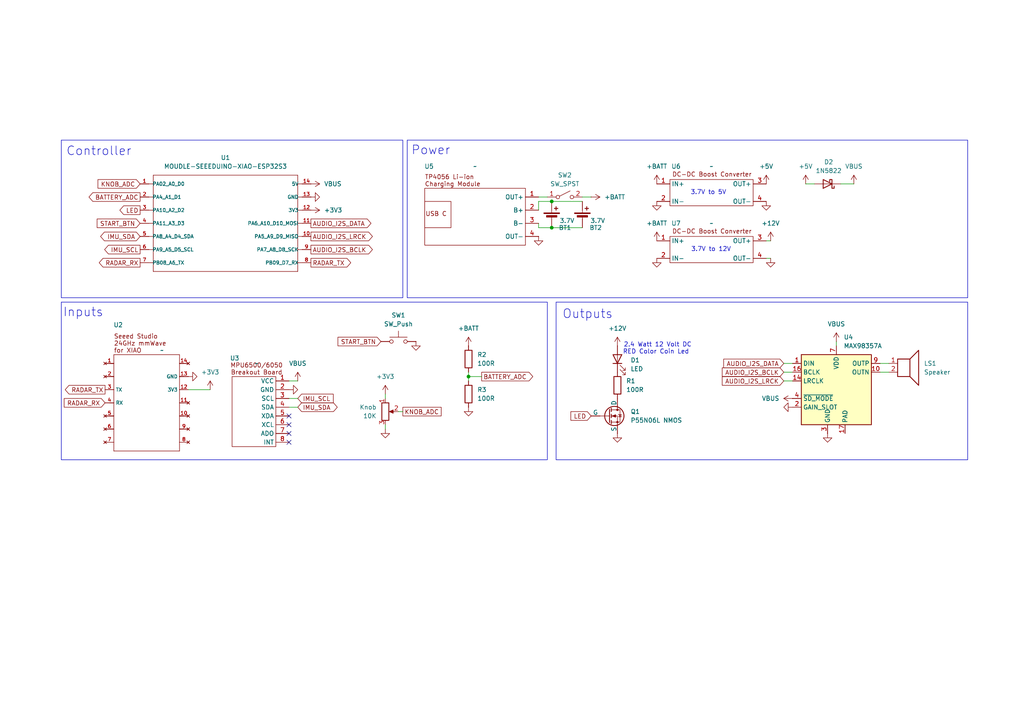
<source format=kicad_sch>
(kicad_sch
	(version 20250114)
	(generator "eeschema")
	(generator_version "9.0")
	(uuid "6e7b4094-b9f4-40af-b9b9-6a9cc9993e25")
	(paper "A4")
	(title_block
		(title "Smart Signage Sentient")
		(company "Rahul Jeyaraj")
	)
	(lib_symbols
		(symbol "Audio:MAX98357A"
			(exclude_from_sim no)
			(in_bom yes)
			(on_board yes)
			(property "Reference" "U"
				(at -8.89 11.43 0)
				(effects
					(font
						(size 1.27 1.27)
					)
				)
			)
			(property "Value" "MAX98357A"
				(at 10.16 11.43 0)
				(effects
					(font
						(size 1.27 1.27)
					)
				)
			)
			(property "Footprint" "Package_DFN_QFN:TQFN-16-1EP_3x3mm_P0.5mm_EP1.23x1.23mm"
				(at -1.27 -2.54 0)
				(effects
					(font
						(size 1.27 1.27)
					)
					(hide yes)
				)
			)
			(property "Datasheet" "https://www.analog.com/media/en/technical-documentation/data-sheets/MAX98357A-MAX98357B.pdf"
				(at 0 -2.54 0)
				(effects
					(font
						(size 1.27 1.27)
					)
					(hide yes)
				)
			)
			(property "Description" "Mono DAC with amplifier, I2S, PCM, TDM, 32-bit, 96khz, 3.2W, TQFP-16"
				(at 0 0 0)
				(effects
					(font
						(size 1.27 1.27)
					)
					(hide yes)
				)
			)
			(property "ki_keywords" "pcm tdm i2s left-justified amplifier audio dac"
				(at 0 0 0)
				(effects
					(font
						(size 1.27 1.27)
					)
					(hide yes)
				)
			)
			(property "ki_fp_filters" "TQFN*3x3mm*P0.5mm*EP1.23x1.23mm*"
				(at 0 0 0)
				(effects
					(font
						(size 1.27 1.27)
					)
					(hide yes)
				)
			)
			(symbol "MAX98357A_1_1"
				(rectangle
					(start -10.16 10.16)
					(end 10.16 -10.16)
					(stroke
						(width 0.254)
						(type default)
					)
					(fill
						(type background)
					)
				)
				(pin input line
					(at -12.7 7.62 0)
					(length 2.54)
					(name "DIN"
						(effects
							(font
								(size 1.27 1.27)
							)
						)
					)
					(number "1"
						(effects
							(font
								(size 1.27 1.27)
							)
						)
					)
				)
				(pin input line
					(at -12.7 5.08 0)
					(length 2.54)
					(name "BCLK"
						(effects
							(font
								(size 1.27 1.27)
							)
						)
					)
					(number "16"
						(effects
							(font
								(size 1.27 1.27)
							)
						)
					)
				)
				(pin input line
					(at -12.7 2.54 0)
					(length 2.54)
					(name "LRCLK"
						(effects
							(font
								(size 1.27 1.27)
							)
						)
					)
					(number "14"
						(effects
							(font
								(size 1.27 1.27)
							)
						)
					)
				)
				(pin input line
					(at -12.7 -2.54 0)
					(length 2.54)
					(name "~{SD_MODE}"
						(effects
							(font
								(size 1.27 1.27)
							)
						)
					)
					(number "4"
						(effects
							(font
								(size 1.27 1.27)
							)
						)
					)
				)
				(pin passive line
					(at -12.7 -5.08 0)
					(length 2.54)
					(name "GAIN_SLOT"
						(effects
							(font
								(size 1.27 1.27)
							)
						)
					)
					(number "2"
						(effects
							(font
								(size 1.27 1.27)
							)
						)
					)
				)
				(pin passive line
					(at -2.54 -12.7 90)
					(length 2.54)
					(hide yes)
					(name "GND"
						(effects
							(font
								(size 1.27 1.27)
							)
						)
					)
					(number "11"
						(effects
							(font
								(size 1.27 1.27)
							)
						)
					)
				)
				(pin passive line
					(at -2.54 -12.7 90)
					(length 2.54)
					(hide yes)
					(name "GND"
						(effects
							(font
								(size 1.27 1.27)
							)
						)
					)
					(number "15"
						(effects
							(font
								(size 1.27 1.27)
							)
						)
					)
				)
				(pin power_in line
					(at -2.54 -12.7 90)
					(length 2.54)
					(name "GND"
						(effects
							(font
								(size 1.27 1.27)
							)
						)
					)
					(number "3"
						(effects
							(font
								(size 1.27 1.27)
							)
						)
					)
				)
				(pin power_in line
					(at 0 12.7 270)
					(length 2.54)
					(name "VDD"
						(effects
							(font
								(size 1.27 1.27)
							)
						)
					)
					(number "7"
						(effects
							(font
								(size 1.27 1.27)
							)
						)
					)
				)
				(pin passive line
					(at 0 12.7 270)
					(length 2.54)
					(hide yes)
					(name "VDD"
						(effects
							(font
								(size 1.27 1.27)
							)
						)
					)
					(number "8"
						(effects
							(font
								(size 1.27 1.27)
							)
						)
					)
				)
				(pin unspecified line
					(at 2.54 -12.7 90)
					(length 2.54)
					(name "PAD"
						(effects
							(font
								(size 1.27 1.27)
							)
						)
					)
					(number "17"
						(effects
							(font
								(size 1.27 1.27)
							)
						)
					)
				)
				(pin no_connect line
					(at 10.16 2.54 180)
					(length 2.54)
					(hide yes)
					(name "NC"
						(effects
							(font
								(size 1.27 1.27)
							)
						)
					)
					(number "5"
						(effects
							(font
								(size 1.27 1.27)
							)
						)
					)
				)
				(pin no_connect line
					(at 10.16 0 180)
					(length 2.54)
					(hide yes)
					(name "NC"
						(effects
							(font
								(size 1.27 1.27)
							)
						)
					)
					(number "6"
						(effects
							(font
								(size 1.27 1.27)
							)
						)
					)
				)
				(pin no_connect line
					(at 10.16 -5.08 180)
					(length 2.54)
					(hide yes)
					(name "NC"
						(effects
							(font
								(size 1.27 1.27)
							)
						)
					)
					(number "12"
						(effects
							(font
								(size 1.27 1.27)
							)
						)
					)
				)
				(pin no_connect line
					(at 10.16 -7.62 180)
					(length 2.54)
					(hide yes)
					(name "NC"
						(effects
							(font
								(size 1.27 1.27)
							)
						)
					)
					(number "13"
						(effects
							(font
								(size 1.27 1.27)
							)
						)
					)
				)
				(pin output line
					(at 12.7 7.62 180)
					(length 2.54)
					(name "OUTP"
						(effects
							(font
								(size 1.27 1.27)
							)
						)
					)
					(number "9"
						(effects
							(font
								(size 1.27 1.27)
							)
						)
					)
				)
				(pin output line
					(at 12.7 5.08 180)
					(length 2.54)
					(name "OUTN"
						(effects
							(font
								(size 1.27 1.27)
							)
						)
					)
					(number "10"
						(effects
							(font
								(size 1.27 1.27)
							)
						)
					)
				)
			)
			(embedded_fonts no)
		)
		(symbol "Device:Battery_Cell"
			(pin_numbers
				(hide yes)
			)
			(pin_names
				(offset 0)
				(hide yes)
			)
			(exclude_from_sim no)
			(in_bom yes)
			(on_board yes)
			(property "Reference" "BT"
				(at 2.54 2.54 0)
				(effects
					(font
						(size 1.27 1.27)
					)
					(justify left)
				)
			)
			(property "Value" "Battery_Cell"
				(at 2.54 0 0)
				(effects
					(font
						(size 1.27 1.27)
					)
					(justify left)
				)
			)
			(property "Footprint" ""
				(at 0 1.524 90)
				(effects
					(font
						(size 1.27 1.27)
					)
					(hide yes)
				)
			)
			(property "Datasheet" "~"
				(at 0 1.524 90)
				(effects
					(font
						(size 1.27 1.27)
					)
					(hide yes)
				)
			)
			(property "Description" "Single-cell battery"
				(at 0 0 0)
				(effects
					(font
						(size 1.27 1.27)
					)
					(hide yes)
				)
			)
			(property "ki_keywords" "battery cell"
				(at 0 0 0)
				(effects
					(font
						(size 1.27 1.27)
					)
					(hide yes)
				)
			)
			(symbol "Battery_Cell_0_1"
				(rectangle
					(start -2.286 1.778)
					(end 2.286 1.524)
					(stroke
						(width 0)
						(type default)
					)
					(fill
						(type outline)
					)
				)
				(rectangle
					(start -1.524 1.016)
					(end 1.524 0.508)
					(stroke
						(width 0)
						(type default)
					)
					(fill
						(type outline)
					)
				)
				(polyline
					(pts
						(xy 0 1.778) (xy 0 2.54)
					)
					(stroke
						(width 0)
						(type default)
					)
					(fill
						(type none)
					)
				)
				(polyline
					(pts
						(xy 0 0.762) (xy 0 0)
					)
					(stroke
						(width 0)
						(type default)
					)
					(fill
						(type none)
					)
				)
				(polyline
					(pts
						(xy 0.762 3.048) (xy 1.778 3.048)
					)
					(stroke
						(width 0.254)
						(type default)
					)
					(fill
						(type none)
					)
				)
				(polyline
					(pts
						(xy 1.27 3.556) (xy 1.27 2.54)
					)
					(stroke
						(width 0.254)
						(type default)
					)
					(fill
						(type none)
					)
				)
			)
			(symbol "Battery_Cell_1_1"
				(pin passive line
					(at 0 5.08 270)
					(length 2.54)
					(name "+"
						(effects
							(font
								(size 1.27 1.27)
							)
						)
					)
					(number "1"
						(effects
							(font
								(size 1.27 1.27)
							)
						)
					)
				)
				(pin passive line
					(at 0 -2.54 90)
					(length 2.54)
					(name "-"
						(effects
							(font
								(size 1.27 1.27)
							)
						)
					)
					(number "2"
						(effects
							(font
								(size 1.27 1.27)
							)
						)
					)
				)
			)
			(embedded_fonts no)
		)
		(symbol "Device:LED"
			(pin_numbers
				(hide yes)
			)
			(pin_names
				(offset 1.016)
				(hide yes)
			)
			(exclude_from_sim no)
			(in_bom yes)
			(on_board yes)
			(property "Reference" "D"
				(at 0 2.54 0)
				(effects
					(font
						(size 1.27 1.27)
					)
				)
			)
			(property "Value" "LED"
				(at 0 -2.54 0)
				(effects
					(font
						(size 1.27 1.27)
					)
				)
			)
			(property "Footprint" ""
				(at 0 0 0)
				(effects
					(font
						(size 1.27 1.27)
					)
					(hide yes)
				)
			)
			(property "Datasheet" "~"
				(at 0 0 0)
				(effects
					(font
						(size 1.27 1.27)
					)
					(hide yes)
				)
			)
			(property "Description" "Light emitting diode"
				(at 0 0 0)
				(effects
					(font
						(size 1.27 1.27)
					)
					(hide yes)
				)
			)
			(property "Sim.Pins" "1=K 2=A"
				(at 0 0 0)
				(effects
					(font
						(size 1.27 1.27)
					)
					(hide yes)
				)
			)
			(property "ki_keywords" "LED diode"
				(at 0 0 0)
				(effects
					(font
						(size 1.27 1.27)
					)
					(hide yes)
				)
			)
			(property "ki_fp_filters" "LED* LED_SMD:* LED_THT:*"
				(at 0 0 0)
				(effects
					(font
						(size 1.27 1.27)
					)
					(hide yes)
				)
			)
			(symbol "LED_0_1"
				(polyline
					(pts
						(xy -3.048 -0.762) (xy -4.572 -2.286) (xy -3.81 -2.286) (xy -4.572 -2.286) (xy -4.572 -1.524)
					)
					(stroke
						(width 0)
						(type default)
					)
					(fill
						(type none)
					)
				)
				(polyline
					(pts
						(xy -1.778 -0.762) (xy -3.302 -2.286) (xy -2.54 -2.286) (xy -3.302 -2.286) (xy -3.302 -1.524)
					)
					(stroke
						(width 0)
						(type default)
					)
					(fill
						(type none)
					)
				)
				(polyline
					(pts
						(xy -1.27 0) (xy 1.27 0)
					)
					(stroke
						(width 0)
						(type default)
					)
					(fill
						(type none)
					)
				)
				(polyline
					(pts
						(xy -1.27 -1.27) (xy -1.27 1.27)
					)
					(stroke
						(width 0.254)
						(type default)
					)
					(fill
						(type none)
					)
				)
				(polyline
					(pts
						(xy 1.27 -1.27) (xy 1.27 1.27) (xy -1.27 0) (xy 1.27 -1.27)
					)
					(stroke
						(width 0.254)
						(type default)
					)
					(fill
						(type none)
					)
				)
			)
			(symbol "LED_1_1"
				(pin passive line
					(at -3.81 0 0)
					(length 2.54)
					(name "K"
						(effects
							(font
								(size 1.27 1.27)
							)
						)
					)
					(number "1"
						(effects
							(font
								(size 1.27 1.27)
							)
						)
					)
				)
				(pin passive line
					(at 3.81 0 180)
					(length 2.54)
					(name "A"
						(effects
							(font
								(size 1.27 1.27)
							)
						)
					)
					(number "2"
						(effects
							(font
								(size 1.27 1.27)
							)
						)
					)
				)
			)
			(embedded_fonts no)
		)
		(symbol "Device:R"
			(pin_numbers
				(hide yes)
			)
			(pin_names
				(offset 0)
			)
			(exclude_from_sim no)
			(in_bom yes)
			(on_board yes)
			(property "Reference" "R"
				(at 2.032 0 90)
				(effects
					(font
						(size 1.27 1.27)
					)
				)
			)
			(property "Value" "R"
				(at 0 0 90)
				(effects
					(font
						(size 1.27 1.27)
					)
				)
			)
			(property "Footprint" ""
				(at -1.778 0 90)
				(effects
					(font
						(size 1.27 1.27)
					)
					(hide yes)
				)
			)
			(property "Datasheet" "~"
				(at 0 0 0)
				(effects
					(font
						(size 1.27 1.27)
					)
					(hide yes)
				)
			)
			(property "Description" "Resistor"
				(at 0 0 0)
				(effects
					(font
						(size 1.27 1.27)
					)
					(hide yes)
				)
			)
			(property "ki_keywords" "R res resistor"
				(at 0 0 0)
				(effects
					(font
						(size 1.27 1.27)
					)
					(hide yes)
				)
			)
			(property "ki_fp_filters" "R_*"
				(at 0 0 0)
				(effects
					(font
						(size 1.27 1.27)
					)
					(hide yes)
				)
			)
			(symbol "R_0_1"
				(rectangle
					(start -1.016 -2.54)
					(end 1.016 2.54)
					(stroke
						(width 0.254)
						(type default)
					)
					(fill
						(type none)
					)
				)
			)
			(symbol "R_1_1"
				(pin passive line
					(at 0 3.81 270)
					(length 1.27)
					(name "~"
						(effects
							(font
								(size 1.27 1.27)
							)
						)
					)
					(number "1"
						(effects
							(font
								(size 1.27 1.27)
							)
						)
					)
				)
				(pin passive line
					(at 0 -3.81 90)
					(length 1.27)
					(name "~"
						(effects
							(font
								(size 1.27 1.27)
							)
						)
					)
					(number "2"
						(effects
							(font
								(size 1.27 1.27)
							)
						)
					)
				)
			)
			(embedded_fonts no)
		)
		(symbol "Device:R_Potentiometer"
			(pin_names
				(offset 1.016)
				(hide yes)
			)
			(exclude_from_sim no)
			(in_bom yes)
			(on_board yes)
			(property "Reference" "RV"
				(at -4.445 0 90)
				(effects
					(font
						(size 1.27 1.27)
					)
				)
			)
			(property "Value" "R_Potentiometer"
				(at -2.54 0 90)
				(effects
					(font
						(size 1.27 1.27)
					)
				)
			)
			(property "Footprint" ""
				(at 0 0 0)
				(effects
					(font
						(size 1.27 1.27)
					)
					(hide yes)
				)
			)
			(property "Datasheet" "~"
				(at 0 0 0)
				(effects
					(font
						(size 1.27 1.27)
					)
					(hide yes)
				)
			)
			(property "Description" "Potentiometer"
				(at 0 0 0)
				(effects
					(font
						(size 1.27 1.27)
					)
					(hide yes)
				)
			)
			(property "ki_keywords" "resistor variable"
				(at 0 0 0)
				(effects
					(font
						(size 1.27 1.27)
					)
					(hide yes)
				)
			)
			(property "ki_fp_filters" "Potentiometer*"
				(at 0 0 0)
				(effects
					(font
						(size 1.27 1.27)
					)
					(hide yes)
				)
			)
			(symbol "R_Potentiometer_0_1"
				(rectangle
					(start 1.016 2.54)
					(end -1.016 -2.54)
					(stroke
						(width 0.254)
						(type default)
					)
					(fill
						(type none)
					)
				)
				(polyline
					(pts
						(xy 1.143 0) (xy 2.286 0.508) (xy 2.286 -0.508) (xy 1.143 0)
					)
					(stroke
						(width 0)
						(type default)
					)
					(fill
						(type outline)
					)
				)
				(polyline
					(pts
						(xy 2.54 0) (xy 1.524 0)
					)
					(stroke
						(width 0)
						(type default)
					)
					(fill
						(type none)
					)
				)
			)
			(symbol "R_Potentiometer_1_1"
				(pin passive line
					(at 0 3.81 270)
					(length 1.27)
					(name "1"
						(effects
							(font
								(size 1.27 1.27)
							)
						)
					)
					(number "1"
						(effects
							(font
								(size 1.27 1.27)
							)
						)
					)
				)
				(pin passive line
					(at 0 -3.81 90)
					(length 1.27)
					(name "3"
						(effects
							(font
								(size 1.27 1.27)
							)
						)
					)
					(number "3"
						(effects
							(font
								(size 1.27 1.27)
							)
						)
					)
				)
				(pin passive line
					(at 3.81 0 180)
					(length 1.27)
					(name "2"
						(effects
							(font
								(size 1.27 1.27)
							)
						)
					)
					(number "2"
						(effects
							(font
								(size 1.27 1.27)
							)
						)
					)
				)
			)
			(embedded_fonts no)
		)
		(symbol "Device:Speaker"
			(pin_names
				(offset 0)
				(hide yes)
			)
			(exclude_from_sim no)
			(in_bom yes)
			(on_board yes)
			(property "Reference" "LS"
				(at 1.27 5.715 0)
				(effects
					(font
						(size 1.27 1.27)
					)
					(justify right)
				)
			)
			(property "Value" "Speaker"
				(at 1.27 3.81 0)
				(effects
					(font
						(size 1.27 1.27)
					)
					(justify right)
				)
			)
			(property "Footprint" ""
				(at 0 -5.08 0)
				(effects
					(font
						(size 1.27 1.27)
					)
					(hide yes)
				)
			)
			(property "Datasheet" "~"
				(at -0.254 -1.27 0)
				(effects
					(font
						(size 1.27 1.27)
					)
					(hide yes)
				)
			)
			(property "Description" "Speaker"
				(at 0 0 0)
				(effects
					(font
						(size 1.27 1.27)
					)
					(hide yes)
				)
			)
			(property "ki_keywords" "speaker sound"
				(at 0 0 0)
				(effects
					(font
						(size 1.27 1.27)
					)
					(hide yes)
				)
			)
			(symbol "Speaker_0_0"
				(rectangle
					(start -2.54 1.27)
					(end 1.016 -3.81)
					(stroke
						(width 0.254)
						(type default)
					)
					(fill
						(type none)
					)
				)
				(polyline
					(pts
						(xy 1.016 1.27) (xy 3.556 3.81) (xy 3.556 -6.35) (xy 1.016 -3.81)
					)
					(stroke
						(width 0.254)
						(type default)
					)
					(fill
						(type none)
					)
				)
			)
			(symbol "Speaker_1_1"
				(pin input line
					(at -5.08 0 0)
					(length 2.54)
					(name "1"
						(effects
							(font
								(size 1.27 1.27)
							)
						)
					)
					(number "1"
						(effects
							(font
								(size 1.27 1.27)
							)
						)
					)
				)
				(pin input line
					(at -5.08 -2.54 0)
					(length 2.54)
					(name "2"
						(effects
							(font
								(size 1.27 1.27)
							)
						)
					)
					(number "2"
						(effects
							(font
								(size 1.27 1.27)
							)
						)
					)
				)
			)
			(embedded_fonts no)
		)
		(symbol "Diode:1N5822"
			(pin_numbers
				(hide yes)
			)
			(pin_names
				(offset 1.016)
				(hide yes)
			)
			(exclude_from_sim no)
			(in_bom yes)
			(on_board yes)
			(property "Reference" "D"
				(at 0 2.54 0)
				(effects
					(font
						(size 1.27 1.27)
					)
				)
			)
			(property "Value" "1N5822"
				(at 0 -2.54 0)
				(effects
					(font
						(size 1.27 1.27)
					)
				)
			)
			(property "Footprint" "Diode_THT:D_DO-201AD_P15.24mm_Horizontal"
				(at 0 -4.445 0)
				(effects
					(font
						(size 1.27 1.27)
					)
					(hide yes)
				)
			)
			(property "Datasheet" "http://www.vishay.com/docs/88526/1n5820.pdf"
				(at 0 0 0)
				(effects
					(font
						(size 1.27 1.27)
					)
					(hide yes)
				)
			)
			(property "Description" "40V 3A Schottky Barrier Rectifier Diode, DO-201AD"
				(at 0 0 0)
				(effects
					(font
						(size 1.27 1.27)
					)
					(hide yes)
				)
			)
			(property "ki_keywords" "diode Schottky"
				(at 0 0 0)
				(effects
					(font
						(size 1.27 1.27)
					)
					(hide yes)
				)
			)
			(property "ki_fp_filters" "D*DO?201AD*"
				(at 0 0 0)
				(effects
					(font
						(size 1.27 1.27)
					)
					(hide yes)
				)
			)
			(symbol "1N5822_0_1"
				(polyline
					(pts
						(xy -1.905 0.635) (xy -1.905 1.27) (xy -1.27 1.27) (xy -1.27 -1.27) (xy -0.635 -1.27) (xy -0.635 -0.635)
					)
					(stroke
						(width 0.254)
						(type default)
					)
					(fill
						(type none)
					)
				)
				(polyline
					(pts
						(xy 1.27 1.27) (xy 1.27 -1.27) (xy -1.27 0) (xy 1.27 1.27)
					)
					(stroke
						(width 0.254)
						(type default)
					)
					(fill
						(type none)
					)
				)
				(polyline
					(pts
						(xy 1.27 0) (xy -1.27 0)
					)
					(stroke
						(width 0)
						(type default)
					)
					(fill
						(type none)
					)
				)
			)
			(symbol "1N5822_1_1"
				(pin passive line
					(at -3.81 0 0)
					(length 2.54)
					(name "K"
						(effects
							(font
								(size 1.27 1.27)
							)
						)
					)
					(number "1"
						(effects
							(font
								(size 1.27 1.27)
							)
						)
					)
				)
				(pin passive line
					(at 3.81 0 180)
					(length 2.54)
					(name "A"
						(effects
							(font
								(size 1.27 1.27)
							)
						)
					)
					(number "2"
						(effects
							(font
								(size 1.27 1.27)
							)
						)
					)
				)
			)
			(embedded_fonts no)
		)
		(symbol "Seeeduino-xiao-ESP32S3:MOUDLE-SEEEDUINO-XIAO-ESP32S3"
			(pin_names
				(offset 1.016)
			)
			(exclude_from_sim no)
			(in_bom yes)
			(on_board yes)
			(property "Reference" "U"
				(at -21.59 15.24 0)
				(effects
					(font
						(size 1.27 1.27)
					)
					(justify left bottom)
				)
			)
			(property "Value" "MOUDLE-SEEEDUINO-XIAO-ESP32S3"
				(at -21.59 13.97 0)
				(effects
					(font
						(size 1.27 1.27)
					)
					(justify left bottom)
				)
			)
			(property "Footprint" "MOUDLE14P-SMD-2.54-21X17.8MM"
				(at 0 0 0)
				(effects
					(font
						(size 1.27 1.27)
					)
					(justify bottom)
					(hide yes)
				)
			)
			(property "Datasheet" ""
				(at 0 0 0)
				(effects
					(font
						(size 1.27 1.27)
					)
					(hide yes)
				)
			)
			(property "Description" ""
				(at 0 0 0)
				(effects
					(font
						(size 1.27 1.27)
					)
					(hide yes)
				)
			)
			(symbol "MOUDLE-SEEEDUINO-XIAO-ESP32S3_0_0"
				(polyline
					(pts
						(xy -21.59 13.97) (xy 20.32 13.97)
					)
					(stroke
						(width 0.1524)
						(type default)
					)
					(fill
						(type none)
					)
				)
				(polyline
					(pts
						(xy -21.59 11.43) (xy -22.86 11.43)
					)
					(stroke
						(width 0.1524)
						(type default)
					)
					(fill
						(type none)
					)
				)
				(polyline
					(pts
						(xy -21.59 11.43) (xy -21.59 13.97)
					)
					(stroke
						(width 0.1524)
						(type default)
					)
					(fill
						(type none)
					)
				)
				(polyline
					(pts
						(xy -21.59 7.62) (xy -22.86 7.62)
					)
					(stroke
						(width 0.1524)
						(type default)
					)
					(fill
						(type none)
					)
				)
				(polyline
					(pts
						(xy -21.59 7.62) (xy -21.59 11.43)
					)
					(stroke
						(width 0.1524)
						(type default)
					)
					(fill
						(type none)
					)
				)
				(polyline
					(pts
						(xy -21.59 3.81) (xy -22.86 3.81)
					)
					(stroke
						(width 0.1524)
						(type default)
					)
					(fill
						(type none)
					)
				)
				(polyline
					(pts
						(xy -21.59 3.81) (xy -21.59 7.62)
					)
					(stroke
						(width 0.1524)
						(type default)
					)
					(fill
						(type none)
					)
				)
				(polyline
					(pts
						(xy -21.59 0) (xy -22.86 0)
					)
					(stroke
						(width 0.1524)
						(type default)
					)
					(fill
						(type none)
					)
				)
				(polyline
					(pts
						(xy -21.59 0) (xy -21.59 3.81)
					)
					(stroke
						(width 0.1524)
						(type default)
					)
					(fill
						(type none)
					)
				)
				(polyline
					(pts
						(xy -21.59 -3.81) (xy -22.86 -3.81)
					)
					(stroke
						(width 0.1524)
						(type default)
					)
					(fill
						(type none)
					)
				)
				(polyline
					(pts
						(xy -21.59 -7.62) (xy -22.86 -7.62)
					)
					(stroke
						(width 0.1524)
						(type default)
					)
					(fill
						(type none)
					)
				)
				(polyline
					(pts
						(xy -21.59 -11.43) (xy -22.86 -11.43)
					)
					(stroke
						(width 0.1524)
						(type default)
					)
					(fill
						(type none)
					)
				)
				(polyline
					(pts
						(xy -21.59 -13.97) (xy -21.59 0)
					)
					(stroke
						(width 0.1524)
						(type default)
					)
					(fill
						(type none)
					)
				)
				(polyline
					(pts
						(xy 20.32 13.97) (xy 20.32 11.43)
					)
					(stroke
						(width 0.1524)
						(type default)
					)
					(fill
						(type none)
					)
				)
				(polyline
					(pts
						(xy 20.32 11.43) (xy 20.32 7.62)
					)
					(stroke
						(width 0.1524)
						(type default)
					)
					(fill
						(type none)
					)
				)
				(polyline
					(pts
						(xy 20.32 7.62) (xy 20.32 3.81)
					)
					(stroke
						(width 0.1524)
						(type default)
					)
					(fill
						(type none)
					)
				)
				(polyline
					(pts
						(xy 20.32 3.81) (xy 20.32 -13.97)
					)
					(stroke
						(width 0.1524)
						(type default)
					)
					(fill
						(type none)
					)
				)
				(polyline
					(pts
						(xy 20.32 -13.97) (xy -21.59 -13.97)
					)
					(stroke
						(width 0.1524)
						(type default)
					)
					(fill
						(type none)
					)
				)
				(polyline
					(pts
						(xy 21.59 11.43) (xy 20.32 11.43)
					)
					(stroke
						(width 0.1524)
						(type default)
					)
					(fill
						(type none)
					)
				)
				(polyline
					(pts
						(xy 21.59 7.62) (xy 20.32 7.62)
					)
					(stroke
						(width 0.1524)
						(type default)
					)
					(fill
						(type none)
					)
				)
				(polyline
					(pts
						(xy 21.59 3.81) (xy 20.32 3.81)
					)
					(stroke
						(width 0.1524)
						(type default)
					)
					(fill
						(type none)
					)
				)
				(polyline
					(pts
						(xy 21.59 0) (xy 20.32 0)
					)
					(stroke
						(width 0.1524)
						(type default)
					)
					(fill
						(type none)
					)
				)
				(polyline
					(pts
						(xy 21.59 -3.81) (xy 20.32 -3.81)
					)
					(stroke
						(width 0.1524)
						(type default)
					)
					(fill
						(type none)
					)
				)
				(polyline
					(pts
						(xy 21.59 -7.62) (xy 20.32 -7.62)
					)
					(stroke
						(width 0.1524)
						(type default)
					)
					(fill
						(type none)
					)
				)
				(polyline
					(pts
						(xy 21.59 -11.43) (xy 20.32 -11.43)
					)
					(stroke
						(width 0.1524)
						(type default)
					)
					(fill
						(type none)
					)
				)
				(pin bidirectional line
					(at -25.4 11.43 0)
					(length 2.54)
					(name "PA02_A0_D0"
						(effects
							(font
								(size 1.016 1.016)
							)
						)
					)
					(number "1"
						(effects
							(font
								(size 1.016 1.016)
							)
						)
					)
				)
				(pin bidirectional line
					(at -25.4 7.62 0)
					(length 2.54)
					(name "PA4_A1_D1"
						(effects
							(font
								(size 1.016 1.016)
							)
						)
					)
					(number "2"
						(effects
							(font
								(size 1.016 1.016)
							)
						)
					)
				)
				(pin bidirectional line
					(at -25.4 3.81 0)
					(length 2.54)
					(name "PA10_A2_D2"
						(effects
							(font
								(size 1.016 1.016)
							)
						)
					)
					(number "3"
						(effects
							(font
								(size 1.016 1.016)
							)
						)
					)
				)
				(pin bidirectional line
					(at -25.4 0 0)
					(length 2.54)
					(name "PA11_A3_D3"
						(effects
							(font
								(size 1.016 1.016)
							)
						)
					)
					(number "4"
						(effects
							(font
								(size 1.016 1.016)
							)
						)
					)
				)
				(pin bidirectional line
					(at -25.4 -3.81 0)
					(length 2.54)
					(name "PA8_A4_D4_SDA"
						(effects
							(font
								(size 1.016 1.016)
							)
						)
					)
					(number "5"
						(effects
							(font
								(size 1.016 1.016)
							)
						)
					)
				)
				(pin bidirectional line
					(at -25.4 -7.62 0)
					(length 2.54)
					(name "PA9_A5_D5_SCL"
						(effects
							(font
								(size 1.016 1.016)
							)
						)
					)
					(number "6"
						(effects
							(font
								(size 1.016 1.016)
							)
						)
					)
				)
				(pin bidirectional line
					(at -25.4 -11.43 0)
					(length 2.54)
					(name "PB08_A6_TX"
						(effects
							(font
								(size 1.016 1.016)
							)
						)
					)
					(number "7"
						(effects
							(font
								(size 1.016 1.016)
							)
						)
					)
				)
				(pin bidirectional line
					(at 24.13 11.43 180)
					(length 2.54)
					(name "5V"
						(effects
							(font
								(size 1.016 1.016)
							)
						)
					)
					(number "14"
						(effects
							(font
								(size 1.016 1.016)
							)
						)
					)
				)
				(pin bidirectional line
					(at 24.13 7.62 180)
					(length 2.54)
					(name "GND"
						(effects
							(font
								(size 1.016 1.016)
							)
						)
					)
					(number "13"
						(effects
							(font
								(size 1.016 1.016)
							)
						)
					)
				)
				(pin bidirectional line
					(at 24.13 3.81 180)
					(length 2.54)
					(name "3V3"
						(effects
							(font
								(size 1.016 1.016)
							)
						)
					)
					(number "12"
						(effects
							(font
								(size 1.016 1.016)
							)
						)
					)
				)
				(pin bidirectional line
					(at 24.13 0 180)
					(length 2.54)
					(name "PA6_A10_D10_MOSI"
						(effects
							(font
								(size 1.016 1.016)
							)
						)
					)
					(number "11"
						(effects
							(font
								(size 1.016 1.016)
							)
						)
					)
				)
				(pin bidirectional line
					(at 24.13 -3.81 180)
					(length 2.54)
					(name "PA5_A9_D9_MISO"
						(effects
							(font
								(size 1.016 1.016)
							)
						)
					)
					(number "10"
						(effects
							(font
								(size 1.016 1.016)
							)
						)
					)
				)
				(pin bidirectional line
					(at 24.13 -7.62 180)
					(length 2.54)
					(name "PA7_A8_D8_SCK"
						(effects
							(font
								(size 1.016 1.016)
							)
						)
					)
					(number "9"
						(effects
							(font
								(size 1.016 1.016)
							)
						)
					)
				)
				(pin bidirectional line
					(at 24.13 -11.43 180)
					(length 2.54)
					(name "PB09_D7_RX"
						(effects
							(font
								(size 1.016 1.016)
							)
						)
					)
					(number "8"
						(effects
							(font
								(size 1.016 1.016)
							)
						)
					)
				)
			)
			(embedded_fonts no)
		)
		(symbol "Seeeduino-xiao-ESP32S3:Seeed Studio 24GHz mmWave for XIAO"
			(exclude_from_sim no)
			(in_bom yes)
			(on_board yes)
			(property "Reference" "U2"
				(at 1.27 7.366 0)
				(effects
					(font
						(size 1.27 1.27)
					)
				)
			)
			(property "Value" "~"
				(at 13.97 0 0)
				(effects
					(font
						(size 1.27 1.27)
					)
				)
			)
			(property "Footprint" ""
				(at 0 0 0)
				(effects
					(font
						(size 1.27 1.27)
					)
					(hide yes)
				)
			)
			(property "Datasheet" ""
				(at 0 0 0)
				(effects
					(font
						(size 1.27 1.27)
					)
					(hide yes)
				)
			)
			(property "Description" ""
				(at 0 0 0)
				(effects
					(font
						(size 1.27 1.27)
					)
					(hide yes)
				)
			)
			(symbol "Seeed Studio 24GHz mmWave for XIAO_0_0"
				(polyline
					(pts
						(xy 0 -1.27) (xy 19.05 -1.27)
					)
					(stroke
						(width 0.1524)
						(type default)
					)
					(fill
						(type none)
					)
				)
				(polyline
					(pts
						(xy 0 -3.81) (xy -1.27 -3.81)
					)
					(stroke
						(width 0.1524)
						(type default)
					)
					(fill
						(type none)
					)
				)
				(polyline
					(pts
						(xy 0 -3.81) (xy 0 -1.27)
					)
					(stroke
						(width 0.1524)
						(type default)
					)
					(fill
						(type none)
					)
				)
				(polyline
					(pts
						(xy 0 -7.62) (xy -1.27 -7.62)
					)
					(stroke
						(width 0.1524)
						(type default)
					)
					(fill
						(type none)
					)
				)
				(polyline
					(pts
						(xy 0 -7.62) (xy 0 -3.81)
					)
					(stroke
						(width 0.1524)
						(type default)
					)
					(fill
						(type none)
					)
				)
				(polyline
					(pts
						(xy 0 -11.43) (xy -1.27 -11.43)
					)
					(stroke
						(width 0.1524)
						(type default)
					)
					(fill
						(type none)
					)
				)
				(polyline
					(pts
						(xy 0 -11.43) (xy 0 -7.62)
					)
					(stroke
						(width 0.1524)
						(type default)
					)
					(fill
						(type none)
					)
				)
				(polyline
					(pts
						(xy 0 -15.24) (xy -1.27 -15.24)
					)
					(stroke
						(width 0.1524)
						(type default)
					)
					(fill
						(type none)
					)
				)
				(polyline
					(pts
						(xy 0 -15.24) (xy 0 -11.43)
					)
					(stroke
						(width 0.1524)
						(type default)
					)
					(fill
						(type none)
					)
				)
				(polyline
					(pts
						(xy 0 -19.05) (xy -1.27 -19.05)
					)
					(stroke
						(width 0.1524)
						(type default)
					)
					(fill
						(type none)
					)
				)
				(polyline
					(pts
						(xy 0 -22.86) (xy -1.27 -22.86)
					)
					(stroke
						(width 0.1524)
						(type default)
					)
					(fill
						(type none)
					)
				)
				(polyline
					(pts
						(xy 0 -26.67) (xy -1.27 -26.67)
					)
					(stroke
						(width 0.1524)
						(type default)
					)
					(fill
						(type none)
					)
				)
				(polyline
					(pts
						(xy 0 -29.21) (xy 0 -15.24)
					)
					(stroke
						(width 0.1524)
						(type default)
					)
					(fill
						(type none)
					)
				)
				(polyline
					(pts
						(xy 19.05 -1.27) (xy 19.05 -3.81)
					)
					(stroke
						(width 0.1524)
						(type default)
					)
					(fill
						(type none)
					)
				)
				(polyline
					(pts
						(xy 19.05 -3.81) (xy 19.05 -7.62)
					)
					(stroke
						(width 0.1524)
						(type default)
					)
					(fill
						(type none)
					)
				)
				(polyline
					(pts
						(xy 19.05 -7.62) (xy 19.05 -11.43)
					)
					(stroke
						(width 0.1524)
						(type default)
					)
					(fill
						(type none)
					)
				)
				(polyline
					(pts
						(xy 19.05 -11.43) (xy 19.05 -29.21)
					)
					(stroke
						(width 0.1524)
						(type default)
					)
					(fill
						(type none)
					)
				)
				(polyline
					(pts
						(xy 19.05 -29.21) (xy 0 -29.21)
					)
					(stroke
						(width 0.1524)
						(type default)
					)
					(fill
						(type none)
					)
				)
				(polyline
					(pts
						(xy 20.32 -3.81) (xy 19.05 -3.81)
					)
					(stroke
						(width 0.1524)
						(type default)
					)
					(fill
						(type none)
					)
				)
				(polyline
					(pts
						(xy 20.32 -7.62) (xy 19.05 -7.62)
					)
					(stroke
						(width 0.1524)
						(type default)
					)
					(fill
						(type none)
					)
				)
				(polyline
					(pts
						(xy 20.32 -11.43) (xy 19.05 -11.43)
					)
					(stroke
						(width 0.1524)
						(type default)
					)
					(fill
						(type none)
					)
				)
				(polyline
					(pts
						(xy 20.32 -15.24) (xy 19.05 -15.24)
					)
					(stroke
						(width 0.1524)
						(type default)
					)
					(fill
						(type none)
					)
				)
				(polyline
					(pts
						(xy 20.32 -19.05) (xy 19.05 -19.05)
					)
					(stroke
						(width 0.1524)
						(type default)
					)
					(fill
						(type none)
					)
				)
				(polyline
					(pts
						(xy 20.32 -22.86) (xy 19.05 -22.86)
					)
					(stroke
						(width 0.1524)
						(type default)
					)
					(fill
						(type none)
					)
				)
				(polyline
					(pts
						(xy 20.32 -26.67) (xy 19.05 -26.67)
					)
					(stroke
						(width 0.1524)
						(type default)
					)
					(fill
						(type none)
					)
				)
				(pin bidirectional line
					(at 21.59 -7.62 180)
					(length 2.54)
					(name "GND"
						(effects
							(font
								(size 1.016 1.016)
							)
						)
					)
					(number "13"
						(effects
							(font
								(size 1.016 1.016)
							)
						)
					)
				)
				(pin bidirectional line
					(at 21.59 -11.43 180)
					(length 2.54)
					(name "3V3"
						(effects
							(font
								(size 1.016 1.016)
							)
						)
					)
					(number "12"
						(effects
							(font
								(size 1.016 1.016)
							)
						)
					)
				)
			)
			(symbol "Seeed Studio 24GHz mmWave for XIAO_1_0"
				(pin no_connect line
					(at -2.54 -3.81 0)
					(length 2.54)
					(name ""
						(effects
							(font
								(size 1.016 1.016)
							)
						)
					)
					(number "1"
						(effects
							(font
								(size 1.016 1.016)
							)
						)
					)
				)
				(pin no_connect line
					(at -2.54 -7.62 0)
					(length 2.54)
					(name ""
						(effects
							(font
								(size 1.016 1.016)
							)
						)
					)
					(number "2"
						(effects
							(font
								(size 1.016 1.016)
							)
						)
					)
				)
				(pin output line
					(at -2.54 -11.43 0)
					(length 2.54)
					(name "TX"
						(effects
							(font
								(size 1.016 1.016)
							)
						)
					)
					(number "3"
						(effects
							(font
								(size 1.016 1.016)
							)
						)
					)
				)
				(pin input line
					(at -2.54 -15.24 0)
					(length 2.54)
					(name "RX"
						(effects
							(font
								(size 1.016 1.016)
							)
						)
					)
					(number "4"
						(effects
							(font
								(size 1.016 1.016)
							)
						)
					)
				)
				(pin no_connect line
					(at -2.54 -19.05 0)
					(length 2.54)
					(name ""
						(effects
							(font
								(size 1.016 1.016)
							)
						)
					)
					(number "5"
						(effects
							(font
								(size 1.016 1.016)
							)
						)
					)
				)
				(pin no_connect line
					(at -2.54 -22.86 0)
					(length 2.54)
					(name ""
						(effects
							(font
								(size 1.016 1.016)
							)
						)
					)
					(number "6"
						(effects
							(font
								(size 1.016 1.016)
							)
						)
					)
				)
				(pin no_connect line
					(at -2.54 -26.67 0)
					(length 2.54)
					(name ""
						(effects
							(font
								(size 1.016 1.016)
							)
						)
					)
					(number "7"
						(effects
							(font
								(size 1.016 1.016)
							)
						)
					)
				)
				(pin no_connect line
					(at 21.59 -3.81 180)
					(length 2.54)
					(name ""
						(effects
							(font
								(size 1.016 1.016)
							)
						)
					)
					(number "14"
						(effects
							(font
								(size 1.016 1.016)
							)
						)
					)
				)
				(pin no_connect line
					(at 21.59 -15.24 180)
					(length 2.54)
					(name ""
						(effects
							(font
								(size 1.016 1.016)
							)
						)
					)
					(number "11"
						(effects
							(font
								(size 1.016 1.016)
							)
						)
					)
				)
				(pin no_connect line
					(at 21.59 -19.05 180)
					(length 2.54)
					(name ""
						(effects
							(font
								(size 1.016 1.016)
							)
						)
					)
					(number "10"
						(effects
							(font
								(size 1.016 1.016)
							)
						)
					)
				)
				(pin no_connect line
					(at 21.59 -22.86 180)
					(length 2.54)
					(name ""
						(effects
							(font
								(size 1.016 1.016)
							)
						)
					)
					(number "9"
						(effects
							(font
								(size 1.016 1.016)
							)
						)
					)
				)
				(pin no_connect line
					(at 21.59 -26.67 180)
					(length 2.54)
					(name ""
						(effects
							(font
								(size 1.016 1.016)
							)
						)
					)
					(number "8"
						(effects
							(font
								(size 1.016 1.016)
							)
						)
					)
				)
			)
			(symbol "Seeed Studio 24GHz mmWave for XIAO_1_1"
				(text "Seeed Studio\n24GHz mmWave\nfor XIAO"
					(at 0 2.032 0)
					(effects
						(font
							(size 1.27 1.27)
						)
						(justify left)
					)
				)
			)
			(embedded_fonts no)
		)
		(symbol "Simulation_SPICE:NMOS"
			(pin_numbers
				(hide yes)
			)
			(pin_names
				(offset 0)
			)
			(exclude_from_sim no)
			(in_bom yes)
			(on_board yes)
			(property "Reference" "Q"
				(at 5.08 1.27 0)
				(effects
					(font
						(size 1.27 1.27)
					)
					(justify left)
				)
			)
			(property "Value" "NMOS"
				(at 5.08 -1.27 0)
				(effects
					(font
						(size 1.27 1.27)
					)
					(justify left)
				)
			)
			(property "Footprint" ""
				(at 5.08 2.54 0)
				(effects
					(font
						(size 1.27 1.27)
					)
					(hide yes)
				)
			)
			(property "Datasheet" "https://ngspice.sourceforge.io/docs/ngspice-html-manual/manual.xhtml#cha_MOSFETs"
				(at 0 -12.7 0)
				(effects
					(font
						(size 1.27 1.27)
					)
					(hide yes)
				)
			)
			(property "Description" "N-MOSFET transistor, drain/source/gate"
				(at 0 0 0)
				(effects
					(font
						(size 1.27 1.27)
					)
					(hide yes)
				)
			)
			(property "Sim.Device" "NMOS"
				(at 0 -17.145 0)
				(effects
					(font
						(size 1.27 1.27)
					)
					(hide yes)
				)
			)
			(property "Sim.Type" "VDMOS"
				(at 0 -19.05 0)
				(effects
					(font
						(size 1.27 1.27)
					)
					(hide yes)
				)
			)
			(property "Sim.Pins" "1=D 2=G 3=S"
				(at 0 -15.24 0)
				(effects
					(font
						(size 1.27 1.27)
					)
					(hide yes)
				)
			)
			(property "ki_keywords" "transistor NMOS N-MOS N-MOSFET simulation"
				(at 0 0 0)
				(effects
					(font
						(size 1.27 1.27)
					)
					(hide yes)
				)
			)
			(symbol "NMOS_0_1"
				(polyline
					(pts
						(xy 0.254 1.905) (xy 0.254 -1.905)
					)
					(stroke
						(width 0.254)
						(type default)
					)
					(fill
						(type none)
					)
				)
				(polyline
					(pts
						(xy 0.254 0) (xy -2.54 0)
					)
					(stroke
						(width 0)
						(type default)
					)
					(fill
						(type none)
					)
				)
				(polyline
					(pts
						(xy 0.762 2.286) (xy 0.762 1.27)
					)
					(stroke
						(width 0.254)
						(type default)
					)
					(fill
						(type none)
					)
				)
				(polyline
					(pts
						(xy 0.762 0.508) (xy 0.762 -0.508)
					)
					(stroke
						(width 0.254)
						(type default)
					)
					(fill
						(type none)
					)
				)
				(polyline
					(pts
						(xy 0.762 -1.27) (xy 0.762 -2.286)
					)
					(stroke
						(width 0.254)
						(type default)
					)
					(fill
						(type none)
					)
				)
				(polyline
					(pts
						(xy 0.762 -1.778) (xy 3.302 -1.778) (xy 3.302 1.778) (xy 0.762 1.778)
					)
					(stroke
						(width 0)
						(type default)
					)
					(fill
						(type none)
					)
				)
				(polyline
					(pts
						(xy 1.016 0) (xy 2.032 0.381) (xy 2.032 -0.381) (xy 1.016 0)
					)
					(stroke
						(width 0)
						(type default)
					)
					(fill
						(type outline)
					)
				)
				(circle
					(center 1.651 0)
					(radius 2.794)
					(stroke
						(width 0.254)
						(type default)
					)
					(fill
						(type none)
					)
				)
				(polyline
					(pts
						(xy 2.54 2.54) (xy 2.54 1.778)
					)
					(stroke
						(width 0)
						(type default)
					)
					(fill
						(type none)
					)
				)
				(circle
					(center 2.54 1.778)
					(radius 0.254)
					(stroke
						(width 0)
						(type default)
					)
					(fill
						(type outline)
					)
				)
				(circle
					(center 2.54 -1.778)
					(radius 0.254)
					(stroke
						(width 0)
						(type default)
					)
					(fill
						(type outline)
					)
				)
				(polyline
					(pts
						(xy 2.54 -2.54) (xy 2.54 0) (xy 0.762 0)
					)
					(stroke
						(width 0)
						(type default)
					)
					(fill
						(type none)
					)
				)
				(polyline
					(pts
						(xy 2.794 0.508) (xy 2.921 0.381) (xy 3.683 0.381) (xy 3.81 0.254)
					)
					(stroke
						(width 0)
						(type default)
					)
					(fill
						(type none)
					)
				)
				(polyline
					(pts
						(xy 3.302 0.381) (xy 2.921 -0.254) (xy 3.683 -0.254) (xy 3.302 0.381)
					)
					(stroke
						(width 0)
						(type default)
					)
					(fill
						(type none)
					)
				)
			)
			(symbol "NMOS_1_1"
				(pin input line
					(at -5.08 0 0)
					(length 2.54)
					(name "G"
						(effects
							(font
								(size 1.27 1.27)
							)
						)
					)
					(number "2"
						(effects
							(font
								(size 1.27 1.27)
							)
						)
					)
				)
				(pin passive line
					(at 2.54 5.08 270)
					(length 2.54)
					(name "D"
						(effects
							(font
								(size 1.27 1.27)
							)
						)
					)
					(number "1"
						(effects
							(font
								(size 1.27 1.27)
							)
						)
					)
				)
				(pin passive line
					(at 2.54 -5.08 90)
					(length 2.54)
					(name "S"
						(effects
							(font
								(size 1.27 1.27)
							)
						)
					)
					(number "3"
						(effects
							(font
								(size 1.27 1.27)
							)
						)
					)
				)
			)
			(embedded_fonts no)
		)
		(symbol "Switch:SW_Push"
			(pin_numbers
				(hide yes)
			)
			(pin_names
				(offset 1.016)
				(hide yes)
			)
			(exclude_from_sim no)
			(in_bom yes)
			(on_board yes)
			(property "Reference" "SW"
				(at 1.27 2.54 0)
				(effects
					(font
						(size 1.27 1.27)
					)
					(justify left)
				)
			)
			(property "Value" "SW_Push"
				(at 0 -1.524 0)
				(effects
					(font
						(size 1.27 1.27)
					)
				)
			)
			(property "Footprint" ""
				(at 0 5.08 0)
				(effects
					(font
						(size 1.27 1.27)
					)
					(hide yes)
				)
			)
			(property "Datasheet" "~"
				(at 0 5.08 0)
				(effects
					(font
						(size 1.27 1.27)
					)
					(hide yes)
				)
			)
			(property "Description" "Push button switch, generic, two pins"
				(at 0 0 0)
				(effects
					(font
						(size 1.27 1.27)
					)
					(hide yes)
				)
			)
			(property "ki_keywords" "switch normally-open pushbutton push-button"
				(at 0 0 0)
				(effects
					(font
						(size 1.27 1.27)
					)
					(hide yes)
				)
			)
			(symbol "SW_Push_0_1"
				(circle
					(center -2.032 0)
					(radius 0.508)
					(stroke
						(width 0)
						(type default)
					)
					(fill
						(type none)
					)
				)
				(polyline
					(pts
						(xy 0 1.27) (xy 0 3.048)
					)
					(stroke
						(width 0)
						(type default)
					)
					(fill
						(type none)
					)
				)
				(circle
					(center 2.032 0)
					(radius 0.508)
					(stroke
						(width 0)
						(type default)
					)
					(fill
						(type none)
					)
				)
				(polyline
					(pts
						(xy 2.54 1.27) (xy -2.54 1.27)
					)
					(stroke
						(width 0)
						(type default)
					)
					(fill
						(type none)
					)
				)
				(pin passive line
					(at -5.08 0 0)
					(length 2.54)
					(name "1"
						(effects
							(font
								(size 1.27 1.27)
							)
						)
					)
					(number "1"
						(effects
							(font
								(size 1.27 1.27)
							)
						)
					)
				)
				(pin passive line
					(at 5.08 0 180)
					(length 2.54)
					(name "2"
						(effects
							(font
								(size 1.27 1.27)
							)
						)
					)
					(number "2"
						(effects
							(font
								(size 1.27 1.27)
							)
						)
					)
				)
			)
			(embedded_fonts no)
		)
		(symbol "Switch:SW_SPST"
			(pin_names
				(offset 0)
				(hide yes)
			)
			(exclude_from_sim no)
			(in_bom yes)
			(on_board yes)
			(property "Reference" "SW"
				(at 0 3.175 0)
				(effects
					(font
						(size 1.27 1.27)
					)
				)
			)
			(property "Value" "SW_SPST"
				(at 0 -2.54 0)
				(effects
					(font
						(size 1.27 1.27)
					)
				)
			)
			(property "Footprint" ""
				(at 0 0 0)
				(effects
					(font
						(size 1.27 1.27)
					)
					(hide yes)
				)
			)
			(property "Datasheet" "~"
				(at 0 0 0)
				(effects
					(font
						(size 1.27 1.27)
					)
					(hide yes)
				)
			)
			(property "Description" "Single Pole Single Throw (SPST) switch"
				(at 0 0 0)
				(effects
					(font
						(size 1.27 1.27)
					)
					(hide yes)
				)
			)
			(property "ki_keywords" "switch lever"
				(at 0 0 0)
				(effects
					(font
						(size 1.27 1.27)
					)
					(hide yes)
				)
			)
			(symbol "SW_SPST_0_0"
				(circle
					(center -2.032 0)
					(radius 0.508)
					(stroke
						(width 0)
						(type default)
					)
					(fill
						(type none)
					)
				)
				(polyline
					(pts
						(xy -1.524 0.254) (xy 1.524 1.778)
					)
					(stroke
						(width 0)
						(type default)
					)
					(fill
						(type none)
					)
				)
				(circle
					(center 2.032 0)
					(radius 0.508)
					(stroke
						(width 0)
						(type default)
					)
					(fill
						(type none)
					)
				)
			)
			(symbol "SW_SPST_1_1"
				(pin passive line
					(at -5.08 0 0)
					(length 2.54)
					(name "A"
						(effects
							(font
								(size 1.27 1.27)
							)
						)
					)
					(number "1"
						(effects
							(font
								(size 1.27 1.27)
							)
						)
					)
				)
				(pin passive line
					(at 5.08 0 180)
					(length 2.54)
					(name "B"
						(effects
							(font
								(size 1.27 1.27)
							)
						)
					)
					(number "2"
						(effects
							(font
								(size 1.27 1.27)
							)
						)
					)
				)
			)
			(embedded_fonts no)
		)
		(symbol "power:+12V"
			(power)
			(pin_numbers
				(hide yes)
			)
			(pin_names
				(offset 0)
				(hide yes)
			)
			(exclude_from_sim no)
			(in_bom yes)
			(on_board yes)
			(property "Reference" "#PWR"
				(at 0 -3.81 0)
				(effects
					(font
						(size 1.27 1.27)
					)
					(hide yes)
				)
			)
			(property "Value" "+12V"
				(at 0 3.556 0)
				(effects
					(font
						(size 1.27 1.27)
					)
				)
			)
			(property "Footprint" ""
				(at 0 0 0)
				(effects
					(font
						(size 1.27 1.27)
					)
					(hide yes)
				)
			)
			(property "Datasheet" ""
				(at 0 0 0)
				(effects
					(font
						(size 1.27 1.27)
					)
					(hide yes)
				)
			)
			(property "Description" "Power symbol creates a global label with name \"+12V\""
				(at 0 0 0)
				(effects
					(font
						(size 1.27 1.27)
					)
					(hide yes)
				)
			)
			(property "ki_keywords" "global power"
				(at 0 0 0)
				(effects
					(font
						(size 1.27 1.27)
					)
					(hide yes)
				)
			)
			(symbol "+12V_0_1"
				(polyline
					(pts
						(xy -0.762 1.27) (xy 0 2.54)
					)
					(stroke
						(width 0)
						(type default)
					)
					(fill
						(type none)
					)
				)
				(polyline
					(pts
						(xy 0 2.54) (xy 0.762 1.27)
					)
					(stroke
						(width 0)
						(type default)
					)
					(fill
						(type none)
					)
				)
				(polyline
					(pts
						(xy 0 0) (xy 0 2.54)
					)
					(stroke
						(width 0)
						(type default)
					)
					(fill
						(type none)
					)
				)
			)
			(symbol "+12V_1_1"
				(pin power_in line
					(at 0 0 90)
					(length 0)
					(name "~"
						(effects
							(font
								(size 1.27 1.27)
							)
						)
					)
					(number "1"
						(effects
							(font
								(size 1.27 1.27)
							)
						)
					)
				)
			)
			(embedded_fonts no)
		)
		(symbol "power:+3V3"
			(power)
			(pin_numbers
				(hide yes)
			)
			(pin_names
				(offset 0)
				(hide yes)
			)
			(exclude_from_sim no)
			(in_bom yes)
			(on_board yes)
			(property "Reference" "#PWR"
				(at 0 -3.81 0)
				(effects
					(font
						(size 1.27 1.27)
					)
					(hide yes)
				)
			)
			(property "Value" "+3V3"
				(at 0 3.556 0)
				(effects
					(font
						(size 1.27 1.27)
					)
				)
			)
			(property "Footprint" ""
				(at 0 0 0)
				(effects
					(font
						(size 1.27 1.27)
					)
					(hide yes)
				)
			)
			(property "Datasheet" ""
				(at 0 0 0)
				(effects
					(font
						(size 1.27 1.27)
					)
					(hide yes)
				)
			)
			(property "Description" "Power symbol creates a global label with name \"+3V3\""
				(at 0 0 0)
				(effects
					(font
						(size 1.27 1.27)
					)
					(hide yes)
				)
			)
			(property "ki_keywords" "global power"
				(at 0 0 0)
				(effects
					(font
						(size 1.27 1.27)
					)
					(hide yes)
				)
			)
			(symbol "+3V3_0_1"
				(polyline
					(pts
						(xy -0.762 1.27) (xy 0 2.54)
					)
					(stroke
						(width 0)
						(type default)
					)
					(fill
						(type none)
					)
				)
				(polyline
					(pts
						(xy 0 2.54) (xy 0.762 1.27)
					)
					(stroke
						(width 0)
						(type default)
					)
					(fill
						(type none)
					)
				)
				(polyline
					(pts
						(xy 0 0) (xy 0 2.54)
					)
					(stroke
						(width 0)
						(type default)
					)
					(fill
						(type none)
					)
				)
			)
			(symbol "+3V3_1_1"
				(pin power_in line
					(at 0 0 90)
					(length 0)
					(name "~"
						(effects
							(font
								(size 1.27 1.27)
							)
						)
					)
					(number "1"
						(effects
							(font
								(size 1.27 1.27)
							)
						)
					)
				)
			)
			(embedded_fonts no)
		)
		(symbol "power:+5V"
			(power)
			(pin_numbers
				(hide yes)
			)
			(pin_names
				(offset 0)
				(hide yes)
			)
			(exclude_from_sim no)
			(in_bom yes)
			(on_board yes)
			(property "Reference" "#PWR"
				(at 0 -3.81 0)
				(effects
					(font
						(size 1.27 1.27)
					)
					(hide yes)
				)
			)
			(property "Value" "+5V"
				(at 0 3.556 0)
				(effects
					(font
						(size 1.27 1.27)
					)
				)
			)
			(property "Footprint" ""
				(at 0 0 0)
				(effects
					(font
						(size 1.27 1.27)
					)
					(hide yes)
				)
			)
			(property "Datasheet" ""
				(at 0 0 0)
				(effects
					(font
						(size 1.27 1.27)
					)
					(hide yes)
				)
			)
			(property "Description" "Power symbol creates a global label with name \"+5V\""
				(at 0 0 0)
				(effects
					(font
						(size 1.27 1.27)
					)
					(hide yes)
				)
			)
			(property "ki_keywords" "global power"
				(at 0 0 0)
				(effects
					(font
						(size 1.27 1.27)
					)
					(hide yes)
				)
			)
			(symbol "+5V_0_1"
				(polyline
					(pts
						(xy -0.762 1.27) (xy 0 2.54)
					)
					(stroke
						(width 0)
						(type default)
					)
					(fill
						(type none)
					)
				)
				(polyline
					(pts
						(xy 0 2.54) (xy 0.762 1.27)
					)
					(stroke
						(width 0)
						(type default)
					)
					(fill
						(type none)
					)
				)
				(polyline
					(pts
						(xy 0 0) (xy 0 2.54)
					)
					(stroke
						(width 0)
						(type default)
					)
					(fill
						(type none)
					)
				)
			)
			(symbol "+5V_1_1"
				(pin power_in line
					(at 0 0 90)
					(length 0)
					(name "~"
						(effects
							(font
								(size 1.27 1.27)
							)
						)
					)
					(number "1"
						(effects
							(font
								(size 1.27 1.27)
							)
						)
					)
				)
			)
			(embedded_fonts no)
		)
		(symbol "power:+BATT"
			(power)
			(pin_numbers
				(hide yes)
			)
			(pin_names
				(offset 0)
				(hide yes)
			)
			(exclude_from_sim no)
			(in_bom yes)
			(on_board yes)
			(property "Reference" "#PWR"
				(at 0 -3.81 0)
				(effects
					(font
						(size 1.27 1.27)
					)
					(hide yes)
				)
			)
			(property "Value" "+BATT"
				(at 0 3.556 0)
				(effects
					(font
						(size 1.27 1.27)
					)
				)
			)
			(property "Footprint" ""
				(at 0 0 0)
				(effects
					(font
						(size 1.27 1.27)
					)
					(hide yes)
				)
			)
			(property "Datasheet" ""
				(at 0 0 0)
				(effects
					(font
						(size 1.27 1.27)
					)
					(hide yes)
				)
			)
			(property "Description" "Power symbol creates a global label with name \"+BATT\""
				(at 0 0 0)
				(effects
					(font
						(size 1.27 1.27)
					)
					(hide yes)
				)
			)
			(property "ki_keywords" "global power battery"
				(at 0 0 0)
				(effects
					(font
						(size 1.27 1.27)
					)
					(hide yes)
				)
			)
			(symbol "+BATT_0_1"
				(polyline
					(pts
						(xy -0.762 1.27) (xy 0 2.54)
					)
					(stroke
						(width 0)
						(type default)
					)
					(fill
						(type none)
					)
				)
				(polyline
					(pts
						(xy 0 2.54) (xy 0.762 1.27)
					)
					(stroke
						(width 0)
						(type default)
					)
					(fill
						(type none)
					)
				)
				(polyline
					(pts
						(xy 0 0) (xy 0 2.54)
					)
					(stroke
						(width 0)
						(type default)
					)
					(fill
						(type none)
					)
				)
			)
			(symbol "+BATT_1_1"
				(pin power_in line
					(at 0 0 90)
					(length 0)
					(name "~"
						(effects
							(font
								(size 1.27 1.27)
							)
						)
					)
					(number "1"
						(effects
							(font
								(size 1.27 1.27)
							)
						)
					)
				)
			)
			(embedded_fonts no)
		)
		(symbol "power:GND"
			(power)
			(pin_numbers
				(hide yes)
			)
			(pin_names
				(offset 0)
				(hide yes)
			)
			(exclude_from_sim no)
			(in_bom yes)
			(on_board yes)
			(property "Reference" "#PWR"
				(at 0 -6.35 0)
				(effects
					(font
						(size 1.27 1.27)
					)
					(hide yes)
				)
			)
			(property "Value" "GND"
				(at 0 -3.81 0)
				(effects
					(font
						(size 1.27 1.27)
					)
				)
			)
			(property "Footprint" ""
				(at 0 0 0)
				(effects
					(font
						(size 1.27 1.27)
					)
					(hide yes)
				)
			)
			(property "Datasheet" ""
				(at 0 0 0)
				(effects
					(font
						(size 1.27 1.27)
					)
					(hide yes)
				)
			)
			(property "Description" "Power symbol creates a global label with name \"GND\" , ground"
				(at 0 0 0)
				(effects
					(font
						(size 1.27 1.27)
					)
					(hide yes)
				)
			)
			(property "ki_keywords" "global power"
				(at 0 0 0)
				(effects
					(font
						(size 1.27 1.27)
					)
					(hide yes)
				)
			)
			(symbol "GND_0_1"
				(polyline
					(pts
						(xy 0 0) (xy 0 -1.27) (xy 1.27 -1.27) (xy 0 -2.54) (xy -1.27 -1.27) (xy 0 -1.27)
					)
					(stroke
						(width 0)
						(type default)
					)
					(fill
						(type none)
					)
				)
			)
			(symbol "GND_1_1"
				(pin power_in line
					(at 0 0 270)
					(length 0)
					(name "~"
						(effects
							(font
								(size 1.27 1.27)
							)
						)
					)
					(number "1"
						(effects
							(font
								(size 1.27 1.27)
							)
						)
					)
				)
			)
			(embedded_fonts no)
		)
		(symbol "power:VBUS"
			(power)
			(pin_numbers
				(hide yes)
			)
			(pin_names
				(offset 0)
				(hide yes)
			)
			(exclude_from_sim no)
			(in_bom yes)
			(on_board yes)
			(property "Reference" "#PWR"
				(at 0 -3.81 0)
				(effects
					(font
						(size 1.27 1.27)
					)
					(hide yes)
				)
			)
			(property "Value" "VBUS"
				(at 0 3.556 0)
				(effects
					(font
						(size 1.27 1.27)
					)
				)
			)
			(property "Footprint" ""
				(at 0 0 0)
				(effects
					(font
						(size 1.27 1.27)
					)
					(hide yes)
				)
			)
			(property "Datasheet" ""
				(at 0 0 0)
				(effects
					(font
						(size 1.27 1.27)
					)
					(hide yes)
				)
			)
			(property "Description" "Power symbol creates a global label with name \"VBUS\""
				(at 0 0 0)
				(effects
					(font
						(size 1.27 1.27)
					)
					(hide yes)
				)
			)
			(property "ki_keywords" "global power"
				(at 0 0 0)
				(effects
					(font
						(size 1.27 1.27)
					)
					(hide yes)
				)
			)
			(symbol "VBUS_0_1"
				(polyline
					(pts
						(xy -0.762 1.27) (xy 0 2.54)
					)
					(stroke
						(width 0)
						(type default)
					)
					(fill
						(type none)
					)
				)
				(polyline
					(pts
						(xy 0 2.54) (xy 0.762 1.27)
					)
					(stroke
						(width 0)
						(type default)
					)
					(fill
						(type none)
					)
				)
				(polyline
					(pts
						(xy 0 0) (xy 0 2.54)
					)
					(stroke
						(width 0)
						(type default)
					)
					(fill
						(type none)
					)
				)
			)
			(symbol "VBUS_1_1"
				(pin power_in line
					(at 0 0 90)
					(length 0)
					(name "~"
						(effects
							(font
								(size 1.27 1.27)
							)
						)
					)
					(number "1"
						(effects
							(font
								(size 1.27 1.27)
							)
						)
					)
				)
			)
			(embedded_fonts no)
		)
		(symbol "ss:DC-DC Boost Converter"
			(exclude_from_sim no)
			(in_bom yes)
			(on_board yes)
			(property "Reference" "U"
				(at -22.86 4.064 0)
				(effects
					(font
						(size 1.27 1.27)
					)
				)
			)
			(property "Value" ""
				(at 0 0 0)
				(effects
					(font
						(size 1.27 1.27)
					)
				)
			)
			(property "Footprint" ""
				(at 0 0 0)
				(effects
					(font
						(size 1.27 1.27)
					)
					(hide yes)
				)
			)
			(property "Datasheet" ""
				(at 0 0 0)
				(effects
					(font
						(size 1.27 1.27)
					)
					(hide yes)
				)
			)
			(property "Description" ""
				(at 0 0 0)
				(effects
					(font
						(size 1.27 1.27)
					)
					(hide yes)
				)
			)
			(symbol "DC-DC Boost Converter_0_1"
				(rectangle
					(start -24.13 0)
					(end 0 -7.62)
					(stroke
						(width 0)
						(type default)
					)
					(fill
						(type none)
					)
				)
			)
			(symbol "DC-DC Boost Converter_1_0"
				(pin bidirectional line
					(at -27.94 -1.27 0)
					(length 3.81)
					(name "IN+"
						(effects
							(font
								(size 1.27 1.27)
							)
						)
					)
					(number "1"
						(effects
							(font
								(size 1.27 1.27)
							)
						)
					)
				)
				(pin bidirectional line
					(at -27.94 -6.35 0)
					(length 3.81)
					(name "IN-"
						(effects
							(font
								(size 1.27 1.27)
							)
						)
					)
					(number "2"
						(effects
							(font
								(size 1.27 1.27)
							)
						)
					)
				)
				(pin bidirectional line
					(at 3.81 -1.27 180)
					(length 3.81)
					(name "OUT+"
						(effects
							(font
								(size 1.27 1.27)
							)
						)
					)
					(number "3"
						(effects
							(font
								(size 1.27 1.27)
							)
						)
					)
				)
				(pin bidirectional line
					(at 3.81 -6.35 180)
					(length 3.81)
					(name "OUT-"
						(effects
							(font
								(size 1.27 1.27)
							)
						)
					)
					(number "4"
						(effects
							(font
								(size 1.27 1.27)
							)
						)
					)
				)
			)
			(symbol "DC-DC Boost Converter_1_1"
				(text "DC-DC Boost Converter"
					(at -11.938 1.524 0)
					(effects
						(font
							(size 1.27 1.27)
						)
					)
				)
			)
			(embedded_fonts no)
		)
		(symbol "ss:MPU6500/6050"
			(exclude_from_sim no)
			(in_bom yes)
			(on_board yes)
			(property "Reference" "U3"
				(at -15.748 0.254 0)
				(effects
					(font
						(size 1.27 1.27)
					)
				)
			)
			(property "Value" "~"
				(at -9.398 -1.27 0)
				(effects
					(font
						(size 1.27 1.27)
					)
				)
			)
			(property "Footprint" ""
				(at 0 0 0)
				(effects
					(font
						(size 1.27 1.27)
					)
					(hide yes)
				)
			)
			(property "Datasheet" ""
				(at 0 0 0)
				(effects
					(font
						(size 1.27 1.27)
					)
					(hide yes)
				)
			)
			(property "Description" ""
				(at 0 0 0)
				(effects
					(font
						(size 1.27 1.27)
					)
					(hide yes)
				)
			)
			(symbol "MPU6500/6050_0_1"
				(rectangle
					(start -16.51 -5.08)
					(end -3.81 -25.4)
					(stroke
						(width 0)
						(type default)
					)
					(fill
						(type none)
					)
				)
				(rectangle
					(start -2.54 -12.7)
					(end -2.54 -12.7)
					(stroke
						(width 0)
						(type default)
					)
					(fill
						(type none)
					)
				)
			)
			(symbol "MPU6500/6050_1_0"
				(pin passive line
					(at 0 -6.35 180)
					(length 3.81)
					(name "VCC"
						(effects
							(font
								(size 1.27 1.27)
							)
						)
					)
					(number "1"
						(effects
							(font
								(size 1.27 1.27)
							)
						)
					)
				)
				(pin passive line
					(at 0 -8.89 180)
					(length 3.81)
					(name "GND"
						(effects
							(font
								(size 1.27 1.27)
							)
						)
					)
					(number "2"
						(effects
							(font
								(size 1.27 1.27)
							)
						)
					)
				)
				(pin input line
					(at 0 -11.43 180)
					(length 3.81)
					(name "SCL"
						(effects
							(font
								(size 1.27 1.27)
							)
						)
					)
					(number "3"
						(effects
							(font
								(size 1.27 1.27)
							)
						)
					)
				)
				(pin bidirectional line
					(at 0 -13.97 180)
					(length 3.81)
					(name "SDA"
						(effects
							(font
								(size 1.27 1.27)
							)
						)
					)
					(number "4"
						(effects
							(font
								(size 1.27 1.27)
							)
						)
					)
				)
				(pin bidirectional line
					(at 0 -16.51 180)
					(length 3.81)
					(name "XDA"
						(effects
							(font
								(size 1.27 1.27)
							)
						)
					)
					(number "5"
						(effects
							(font
								(size 1.27 1.27)
							)
						)
					)
				)
				(pin bidirectional line
					(at 0 -19.05 180)
					(length 3.81)
					(name "XCL"
						(effects
							(font
								(size 1.27 1.27)
							)
						)
					)
					(number "6"
						(effects
							(font
								(size 1.27 1.27)
							)
						)
					)
				)
				(pin passive line
					(at 0 -21.59 180)
					(length 3.81)
					(name "ADO"
						(effects
							(font
								(size 1.27 1.27)
							)
						)
					)
					(number "7"
						(effects
							(font
								(size 1.27 1.27)
							)
						)
					)
				)
				(pin passive line
					(at 0 -24.13 180)
					(length 3.81)
					(name "INT"
						(effects
							(font
								(size 1.27 1.27)
							)
						)
					)
					(number "8"
						(effects
							(font
								(size 1.27 1.27)
							)
						)
					)
				)
			)
			(symbol "MPU6500/6050_1_1"
				(text "MPU6500/6050\nBreakout Board"
					(at -9.398 -2.794 0)
					(effects
						(font
							(size 1.27 1.27)
						)
					)
				)
			)
			(embedded_fonts no)
		)
		(symbol "ss:TP4056_Li-ion_Lithium_Battery_Charging_Module"
			(exclude_from_sim no)
			(in_bom yes)
			(on_board yes)
			(property "Reference" "U"
				(at -28.702 5.842 0)
				(effects
					(font
						(size 1.27 1.27)
					)
				)
			)
			(property "Value" ""
				(at 0 0 0)
				(effects
					(font
						(size 1.27 1.27)
					)
				)
			)
			(property "Footprint" ""
				(at 0 0 0)
				(effects
					(font
						(size 1.27 1.27)
					)
					(hide yes)
				)
			)
			(property "Datasheet" ""
				(at 0 0 0)
				(effects
					(font
						(size 1.27 1.27)
					)
					(hide yes)
				)
			)
			(property "Description" ""
				(at 0 0 0)
				(effects
					(font
						(size 1.27 1.27)
					)
					(hide yes)
				)
			)
			(symbol "TP4056_Li-ion_Lithium_Battery_Charging_Module_0_1"
				(rectangle
					(start -29.21 0)
					(end 0 -16.51)
					(stroke
						(width 0)
						(type default)
					)
					(fill
						(type none)
					)
				)
				(rectangle
					(start -29.21 -3.81)
					(end -21.59 -11.43)
					(stroke
						(width 0)
						(type default)
					)
					(fill
						(type none)
					)
				)
			)
			(symbol "TP4056_Li-ion_Lithium_Battery_Charging_Module_1_0"
				(pin bidirectional line
					(at 3.81 -2.54 180)
					(length 3.81)
					(name "OUT+"
						(effects
							(font
								(size 1.27 1.27)
							)
						)
					)
					(number "1"
						(effects
							(font
								(size 1.27 1.27)
							)
						)
					)
				)
				(pin bidirectional line
					(at 3.81 -6.35 180)
					(length 3.81)
					(name "B+"
						(effects
							(font
								(size 1.27 1.27)
							)
						)
					)
					(number "2"
						(effects
							(font
								(size 1.27 1.27)
							)
						)
					)
				)
				(pin bidirectional line
					(at 3.81 -10.16 180)
					(length 3.81)
					(name "B-"
						(effects
							(font
								(size 1.27 1.27)
							)
						)
					)
					(number "3"
						(effects
							(font
								(size 1.27 1.27)
							)
						)
					)
				)
				(pin bidirectional line
					(at 3.81 -13.97 180)
					(length 3.81)
					(name "OUT-"
						(effects
							(font
								(size 1.27 1.27)
							)
						)
					)
					(number "4"
						(effects
							(font
								(size 1.27 1.27)
							)
						)
					)
				)
			)
			(symbol "TP4056_Li-ion_Lithium_Battery_Charging_Module_1_1"
				(text "TP4056 Li-ion\nCharging Module"
					(at -29.21 2.286 0)
					(effects
						(font
							(size 1.27 1.27)
						)
						(justify left)
					)
				)
				(text "USB C"
					(at -25.908 -7.366 0)
					(effects
						(font
							(size 1.27 1.27)
						)
					)
				)
			)
			(embedded_fonts no)
		)
	)
	(rectangle
		(start 118.11 40.64)
		(end 280.67 86.36)
		(stroke
			(width 0)
			(type default)
		)
		(fill
			(type none)
		)
		(uuid 4cdd9045-2022-4a10-a19a-a7fcd74ed166)
	)
	(rectangle
		(start 17.78 87.63)
		(end 158.75 133.35)
		(stroke
			(width 0)
			(type default)
		)
		(fill
			(type none)
		)
		(uuid 51e4e194-a959-40e9-a7e5-951d94287f64)
	)
	(rectangle
		(start 17.78 40.64)
		(end 116.84 86.36)
		(stroke
			(width 0)
			(type default)
		)
		(fill
			(type none)
		)
		(uuid 8e945dc1-af5f-44d0-a136-8d548940618c)
	)
	(rectangle
		(start 161.29 87.63)
		(end 280.67 133.35)
		(stroke
			(width 0)
			(type default)
		)
		(fill
			(type none)
		)
		(uuid cb52f490-ec4b-4890-b7bd-a79349ed3af2)
	)
	(text "Inputs"
		(exclude_from_sim no)
		(at 24.13 90.678 0)
		(effects
			(font
				(size 2.54 2.54)
			)
		)
		(uuid "0e88c6b7-0873-4e9e-bb1d-9c73d3e93a8c")
	)
	(text "2.4 Watt 12 Volt DC\nRED Color Coin Led "
		(exclude_from_sim no)
		(at 190.754 101.092 0)
		(effects
			(font
				(size 1.27 1.27)
			)
		)
		(uuid "17995507-4ccd-4ac1-87e4-e9906ca3739e")
	)
	(text "3.7V to 12V"
		(exclude_from_sim no)
		(at 206.248 72.39 0)
		(effects
			(font
				(size 1.27 1.27)
			)
		)
		(uuid "511b5c30-1af2-43b3-98a1-ecd6b0860c6c")
	)
	(text "3.7V to 5V"
		(exclude_from_sim no)
		(at 205.486 55.88 0)
		(effects
			(font
				(size 1.27 1.27)
			)
		)
		(uuid "7c79a874-5656-47df-8ffb-fefff6d801a6")
	)
	(text "Outputs"
		(exclude_from_sim no)
		(at 170.434 91.186 0)
		(effects
			(font
				(size 2.54 2.54)
			)
		)
		(uuid "97334d9b-7cb4-48ff-a266-feeacc7ea07a")
	)
	(text "Controller"
		(exclude_from_sim no)
		(at 28.702 43.942 0)
		(effects
			(font
				(size 2.54 2.54)
			)
		)
		(uuid "d2d4097c-455b-4ab2-8d8c-8b84b568a020")
	)
	(text "Power"
		(exclude_from_sim no)
		(at 124.968 43.688 0)
		(effects
			(font
				(size 2.54 2.54)
			)
		)
		(uuid "e5155ee2-d49a-4d59-ae66-6f10a85ca00c")
	)
	(junction
		(at 135.89 109.22)
		(diameter 0)
		(color 0 0 0 0)
		(uuid "b39a7769-284b-4da1-94a4-4b2ca695e83f")
	)
	(junction
		(at 160.02 66.04)
		(diameter 0)
		(color 0 0 0 0)
		(uuid "d88f1b33-1614-46fd-aa1c-cbf747b97358")
	)
	(junction
		(at 160.02 58.42)
		(diameter 0)
		(color 0 0 0 0)
		(uuid "daddf0b2-bf6d-4cfb-81cc-a6d383ce954f")
	)
	(no_connect
		(at 83.82 120.65)
		(uuid "318f16cf-e66e-4cde-97f1-f94053eeaf74")
	)
	(no_connect
		(at 83.82 128.27)
		(uuid "3dbbc893-c30b-43c9-bba6-251a8d68e987")
	)
	(no_connect
		(at 83.82 123.19)
		(uuid "67e72f69-6344-4fd1-b308-95d35930825f")
	)
	(no_connect
		(at 83.82 125.73)
		(uuid "f1f9ced9-9d63-4a9d-9979-8f3ce6abc822")
	)
	(wire
		(pts
			(xy 86.36 115.57) (xy 83.82 115.57)
		)
		(stroke
			(width 0)
			(type default)
		)
		(uuid "100e3088-7da4-40a9-950d-7bb0bd453aee")
	)
	(wire
		(pts
			(xy 135.89 110.49) (xy 135.89 109.22)
		)
		(stroke
			(width 0)
			(type default)
		)
		(uuid "17bf64db-21f8-47e7-be57-0fd65096a67f")
	)
	(wire
		(pts
			(xy 156.21 66.04) (xy 156.21 64.77)
		)
		(stroke
			(width 0)
			(type default)
		)
		(uuid "1bc6cc27-f9bf-457e-896a-0012bc91a147")
	)
	(wire
		(pts
			(xy 160.02 58.42) (xy 168.91 58.42)
		)
		(stroke
			(width 0)
			(type default)
		)
		(uuid "1f3413fb-ffac-4a43-b970-b01956f0500a")
	)
	(wire
		(pts
			(xy 135.89 109.22) (xy 135.89 107.95)
		)
		(stroke
			(width 0)
			(type default)
		)
		(uuid "20473203-59bf-4928-a352-586b2873ffd3")
	)
	(wire
		(pts
			(xy 257.81 105.41) (xy 255.27 105.41)
		)
		(stroke
			(width 0)
			(type default)
		)
		(uuid "2361639e-79bc-45c8-852b-3b1e2603243d")
	)
	(wire
		(pts
			(xy 111.76 114.3) (xy 111.76 115.57)
		)
		(stroke
			(width 0)
			(type default)
		)
		(uuid "3f4efb78-63b4-4589-aa77-4596242c9a17")
	)
	(wire
		(pts
			(xy 83.82 118.11) (xy 86.36 118.11)
		)
		(stroke
			(width 0)
			(type default)
		)
		(uuid "57a3448b-edb4-4ffd-b165-668e09c0048d")
	)
	(wire
		(pts
			(xy 257.81 107.95) (xy 255.27 107.95)
		)
		(stroke
			(width 0)
			(type default)
		)
		(uuid "582edadf-4315-4140-bee7-eefb380e85fc")
	)
	(wire
		(pts
			(xy 247.65 53.34) (xy 243.84 53.34)
		)
		(stroke
			(width 0)
			(type default)
		)
		(uuid "5ce53fb4-0ece-4b1d-aeef-4cb1ec174287")
	)
	(wire
		(pts
			(xy 156.21 66.04) (xy 160.02 66.04)
		)
		(stroke
			(width 0)
			(type default)
		)
		(uuid "66bb6b15-d2a9-4041-ac28-40b14a183a89")
	)
	(wire
		(pts
			(xy 135.89 109.22) (xy 139.7 109.22)
		)
		(stroke
			(width 0)
			(type default)
		)
		(uuid "68c1e333-f063-4dce-ac9f-02233b3acf64")
	)
	(wire
		(pts
			(xy 227.33 110.49) (xy 229.87 110.49)
		)
		(stroke
			(width 0)
			(type default)
		)
		(uuid "77841ca1-9a70-4702-a1b9-aea29c73af8b")
	)
	(wire
		(pts
			(xy 156.21 58.42) (xy 160.02 58.42)
		)
		(stroke
			(width 0)
			(type default)
		)
		(uuid "84422a5c-7afe-4b7e-84a6-557a95ca4038")
	)
	(wire
		(pts
			(xy 116.84 119.38) (xy 115.57 119.38)
		)
		(stroke
			(width 0)
			(type default)
		)
		(uuid "84a0a7ca-f9f2-42e7-9eef-bcc5407f9daf")
	)
	(wire
		(pts
			(xy 156.21 57.15) (xy 158.75 57.15)
		)
		(stroke
			(width 0)
			(type default)
		)
		(uuid "8964eaf5-ec77-4b89-a92d-5e798b55089e")
	)
	(wire
		(pts
			(xy 223.52 74.93) (xy 222.25 74.93)
		)
		(stroke
			(width 0)
			(type default)
		)
		(uuid "91f6cf05-9707-433e-a149-e4388cd57503")
	)
	(wire
		(pts
			(xy 86.36 110.49) (xy 83.82 110.49)
		)
		(stroke
			(width 0)
			(type default)
		)
		(uuid "a12d1d92-0bc4-4117-9bf9-5a38555c397f")
	)
	(wire
		(pts
			(xy 227.33 107.95) (xy 229.87 107.95)
		)
		(stroke
			(width 0)
			(type default)
		)
		(uuid "b3f36d41-6e73-4d68-a1d7-dc515dbc0999")
	)
	(wire
		(pts
			(xy 242.57 100.33) (xy 242.57 99.06)
		)
		(stroke
			(width 0)
			(type default)
		)
		(uuid "b5783fbc-e53b-482f-80d9-b32126a3acdc")
	)
	(wire
		(pts
			(xy 156.21 58.42) (xy 156.21 60.96)
		)
		(stroke
			(width 0)
			(type default)
		)
		(uuid "baf60dca-ace1-47fc-9d14-589a176f91ad")
	)
	(wire
		(pts
			(xy 233.68 53.34) (xy 236.22 53.34)
		)
		(stroke
			(width 0)
			(type default)
		)
		(uuid "cb1975d9-3a6e-44a2-84b9-ffa808bd77b0")
	)
	(wire
		(pts
			(xy 60.96 113.03) (xy 54.61 113.03)
		)
		(stroke
			(width 0)
			(type default)
		)
		(uuid "d38e556c-9fa9-4701-936e-b455a811104b")
	)
	(wire
		(pts
			(xy 160.02 66.04) (xy 168.91 66.04)
		)
		(stroke
			(width 0)
			(type default)
		)
		(uuid "db2d12f2-ece3-4687-8264-601f5320aa1c")
	)
	(wire
		(pts
			(xy 227.33 105.41) (xy 229.87 105.41)
		)
		(stroke
			(width 0)
			(type default)
		)
		(uuid "dd52c1a2-4732-48b5-ac94-e455d4ba6be4")
	)
	(wire
		(pts
			(xy 111.76 124.46) (xy 111.76 123.19)
		)
		(stroke
			(width 0)
			(type default)
		)
		(uuid "e0e1f911-687b-4f9f-8d5a-b734b8547c5c")
	)
	(wire
		(pts
			(xy 222.25 69.85) (xy 223.52 69.85)
		)
		(stroke
			(width 0)
			(type default)
		)
		(uuid "e2bd8636-03a4-4aa7-a0d9-b63ee062d6f0")
	)
	(wire
		(pts
			(xy 171.45 57.15) (xy 168.91 57.15)
		)
		(stroke
			(width 0)
			(type default)
		)
		(uuid "e2fa7226-53fc-4aa2-8ce3-cd8564acf830")
	)
	(global_label "START_BTN"
		(shape input)
		(at 110.49 99.06 180)
		(fields_autoplaced yes)
		(effects
			(font
				(size 1.27 1.27)
			)
			(justify right)
		)
		(uuid "0aa1af92-4e76-435c-ad2e-260c93deab3d")
		(property "Intersheetrefs" "${INTERSHEET_REFS}"
			(at 97.4658 99.06 0)
			(effects
				(font
					(size 1.27 1.27)
				)
				(justify right)
				(hide yes)
			)
		)
	)
	(global_label "RADAR_TX"
		(shape output)
		(at 90.17 76.2 0)
		(fields_autoplaced yes)
		(effects
			(font
				(size 1.27 1.27)
			)
			(justify left)
		)
		(uuid "10a7b8cd-8d92-41a7-aba8-884d47f02ae1")
		(property "Intersheetrefs" "${INTERSHEET_REFS}"
			(at 102.2871 76.2 0)
			(effects
				(font
					(size 1.27 1.27)
				)
				(justify left)
				(hide yes)
			)
		)
	)
	(global_label "IMU_SDA"
		(shape bidirectional)
		(at 86.36 118.11 0)
		(fields_autoplaced yes)
		(effects
			(font
				(size 1.27 1.27)
			)
			(justify left)
		)
		(uuid "212d4023-19f5-415e-b49a-195f3fd890de")
		(property "Intersheetrefs" "${INTERSHEET_REFS}"
			(at 98.3789 118.11 0)
			(effects
				(font
					(size 1.27 1.27)
				)
				(justify left)
				(hide yes)
			)
		)
	)
	(global_label "START_BTN"
		(shape input)
		(at 40.64 64.77 180)
		(fields_autoplaced yes)
		(effects
			(font
				(size 1.27 1.27)
			)
			(justify right)
		)
		(uuid "23aa8191-0108-4dae-936b-a9701dc13812")
		(property "Intersheetrefs" "${INTERSHEET_REFS}"
			(at 27.6158 64.77 0)
			(effects
				(font
					(size 1.27 1.27)
				)
				(justify right)
				(hide yes)
			)
		)
	)
	(global_label "KNOB_ADC"
		(shape passive)
		(at 116.84 119.38 0)
		(fields_autoplaced yes)
		(effects
			(font
				(size 1.27 1.27)
			)
			(justify left)
		)
		(uuid "352e8496-71d7-4f44-a96d-e32a62410ebc")
		(property "Intersheetrefs" "${INTERSHEET_REFS}"
			(at 128.5111 119.38 0)
			(effects
				(font
					(size 1.27 1.27)
				)
				(justify left)
				(hide yes)
			)
		)
	)
	(global_label "AUDIO_I2S_BCLK"
		(shape input)
		(at 227.33 107.95 180)
		(fields_autoplaced yes)
		(effects
			(font
				(size 1.27 1.27)
			)
			(justify right)
		)
		(uuid "3c3bbd40-0650-4919-8a72-a82780d74930")
		(property "Intersheetrefs" "${INTERSHEET_REFS}"
			(at 208.9233 107.95 0)
			(effects
				(font
					(size 1.27 1.27)
				)
				(justify right)
				(hide yes)
			)
		)
	)
	(global_label "AUDIO_I2S_LRCK"
		(shape output)
		(at 90.17 68.58 0)
		(fields_autoplaced yes)
		(effects
			(font
				(size 1.27 1.27)
			)
			(justify left)
		)
		(uuid "474c3d69-dda2-4794-a4be-2fdc26f39fdf")
		(property "Intersheetrefs" "${INTERSHEET_REFS}"
			(at 108.5767 68.58 0)
			(effects
				(font
					(size 1.27 1.27)
				)
				(justify left)
				(hide yes)
			)
		)
	)
	(global_label "BATTERY_ADC"
		(shape output)
		(at 139.7 109.22 0)
		(fields_autoplaced yes)
		(effects
			(font
				(size 1.27 1.27)
			)
			(justify left)
		)
		(uuid "5e6ec241-72fc-4b32-b1c7-97f4a0b96b9a")
		(property "Intersheetrefs" "${INTERSHEET_REFS}"
			(at 155.0828 109.22 0)
			(effects
				(font
					(size 1.27 1.27)
				)
				(justify left)
				(hide yes)
			)
		)
	)
	(global_label "IMU_SCL"
		(shape input)
		(at 86.36 115.57 0)
		(fields_autoplaced yes)
		(effects
			(font
				(size 1.27 1.27)
			)
			(justify left)
		)
		(uuid "609f6101-fcab-47be-9735-a58266ac1904")
		(property "Intersheetrefs" "${INTERSHEET_REFS}"
			(at 97.2071 115.57 0)
			(effects
				(font
					(size 1.27 1.27)
				)
				(justify left)
				(hide yes)
			)
		)
	)
	(global_label "IMU_SDA"
		(shape bidirectional)
		(at 40.64 68.58 180)
		(fields_autoplaced yes)
		(effects
			(font
				(size 1.27 1.27)
			)
			(justify right)
		)
		(uuid "66cf1841-ab2e-4377-b496-f1cfd45a93df")
		(property "Intersheetrefs" "${INTERSHEET_REFS}"
			(at 28.6211 68.58 0)
			(effects
				(font
					(size 1.27 1.27)
				)
				(justify right)
				(hide yes)
			)
		)
	)
	(global_label "KNOB_ADC"
		(shape input)
		(at 40.64 53.34 180)
		(fields_autoplaced yes)
		(effects
			(font
				(size 1.27 1.27)
			)
			(justify right)
		)
		(uuid "7e3719c6-192e-49ac-9660-e459fe8af417")
		(property "Intersheetrefs" "${INTERSHEET_REFS}"
			(at 27.8576 53.34 0)
			(effects
				(font
					(size 1.27 1.27)
				)
				(justify right)
				(hide yes)
			)
		)
	)
	(global_label "AUDIO_I2S_DATA"
		(shape input)
		(at 227.33 105.41 180)
		(fields_autoplaced yes)
		(effects
			(font
				(size 1.27 1.27)
			)
			(justify right)
		)
		(uuid "81db0302-9774-4ade-bdb7-314728fa13dc")
		(property "Intersheetrefs" "${INTERSHEET_REFS}"
			(at 209.3466 105.41 0)
			(effects
				(font
					(size 1.27 1.27)
				)
				(justify right)
				(hide yes)
			)
		)
	)
	(global_label "LED"
		(shape input)
		(at 171.45 120.65 180)
		(fields_autoplaced yes)
		(effects
			(font
				(size 1.27 1.27)
			)
			(justify right)
		)
		(uuid "9dc12dd7-742d-4718-9bbd-a8874c67c349")
		(property "Intersheetrefs" "${INTERSHEET_REFS}"
			(at 165.0177 120.65 0)
			(effects
				(font
					(size 1.27 1.27)
				)
				(justify right)
				(hide yes)
			)
		)
	)
	(global_label "AUDIO_I2S_DATA"
		(shape output)
		(at 90.17 64.77 0)
		(fields_autoplaced yes)
		(effects
			(font
				(size 1.27 1.27)
			)
			(justify left)
		)
		(uuid "a82234df-9634-4109-8985-32212e9afadc")
		(property "Intersheetrefs" "${INTERSHEET_REFS}"
			(at 108.1534 64.77 0)
			(effects
				(font
					(size 1.27 1.27)
				)
				(justify left)
				(hide yes)
			)
		)
	)
	(global_label "RADAR_TX"
		(shape output)
		(at 30.48 113.03 180)
		(fields_autoplaced yes)
		(effects
			(font
				(size 1.27 1.27)
			)
			(justify right)
		)
		(uuid "accdd5a1-295b-4614-848e-e5f30ca5831c")
		(property "Intersheetrefs" "${INTERSHEET_REFS}"
			(at 18.3629 113.03 0)
			(effects
				(font
					(size 1.27 1.27)
				)
				(justify right)
				(hide yes)
			)
		)
	)
	(global_label "BATTERY_ADC"
		(shape output)
		(at 40.64 57.15 180)
		(fields_autoplaced yes)
		(effects
			(font
				(size 1.27 1.27)
			)
			(justify right)
		)
		(uuid "b5cc8312-7357-4ebd-b132-51f6af9a69d6")
		(property "Intersheetrefs" "${INTERSHEET_REFS}"
			(at 25.2572 57.15 0)
			(effects
				(font
					(size 1.27 1.27)
				)
				(justify right)
				(hide yes)
			)
		)
	)
	(global_label "AUDIO_I2S_BCLK"
		(shape output)
		(at 90.17 72.39 0)
		(fields_autoplaced yes)
		(effects
			(font
				(size 1.27 1.27)
			)
			(justify left)
		)
		(uuid "c031a255-1860-4960-9420-d8c23c817634")
		(property "Intersheetrefs" "${INTERSHEET_REFS}"
			(at 108.5767 72.39 0)
			(effects
				(font
					(size 1.27 1.27)
				)
				(justify left)
				(hide yes)
			)
		)
	)
	(global_label "IMU_SCL"
		(shape output)
		(at 40.64 72.39 180)
		(fields_autoplaced yes)
		(effects
			(font
				(size 1.27 1.27)
			)
			(justify right)
		)
		(uuid "c2b979b5-dc3d-40de-a8f5-e82626174e07")
		(property "Intersheetrefs" "${INTERSHEET_REFS}"
			(at 29.7929 72.39 0)
			(effects
				(font
					(size 1.27 1.27)
				)
				(justify right)
				(hide yes)
			)
		)
	)
	(global_label "RADAR_RX"
		(shape output)
		(at 40.64 76.2 180)
		(fields_autoplaced yes)
		(effects
			(font
				(size 1.27 1.27)
			)
			(justify right)
		)
		(uuid "c5246300-a7b0-4b4b-8549-07ad797a31fd")
		(property "Intersheetrefs" "${INTERSHEET_REFS}"
			(at 28.2205 76.2 0)
			(effects
				(font
					(size 1.27 1.27)
				)
				(justify right)
				(hide yes)
			)
		)
	)
	(global_label "RADAR_RX"
		(shape input)
		(at 30.48 116.84 180)
		(fields_autoplaced yes)
		(effects
			(font
				(size 1.27 1.27)
			)
			(justify right)
		)
		(uuid "cae6cc48-e743-4c46-b74a-8b1f81969fd7")
		(property "Intersheetrefs" "${INTERSHEET_REFS}"
			(at 18.0605 116.84 0)
			(effects
				(font
					(size 1.27 1.27)
				)
				(justify right)
				(hide yes)
			)
		)
	)
	(global_label "AUDIO_I2S_LRCK"
		(shape input)
		(at 227.33 110.49 180)
		(fields_autoplaced yes)
		(effects
			(font
				(size 1.27 1.27)
			)
			(justify right)
		)
		(uuid "dad6d99e-7b7f-45e1-95e6-773e1769bc74")
		(property "Intersheetrefs" "${INTERSHEET_REFS}"
			(at 208.9233 110.49 0)
			(effects
				(font
					(size 1.27 1.27)
				)
				(justify right)
				(hide yes)
			)
		)
	)
	(global_label "LED"
		(shape output)
		(at 40.64 60.96 180)
		(fields_autoplaced yes)
		(effects
			(font
				(size 1.27 1.27)
			)
			(justify right)
		)
		(uuid "db3d0fb8-9e46-42d2-b96a-e1564a245117")
		(property "Intersheetrefs" "${INTERSHEET_REFS}"
			(at 34.2077 60.96 0)
			(effects
				(font
					(size 1.27 1.27)
				)
				(justify right)
				(hide yes)
			)
		)
	)
	(symbol
		(lib_id "power:VBUS")
		(at 90.17 53.34 270)
		(unit 1)
		(exclude_from_sim no)
		(in_bom yes)
		(on_board yes)
		(dnp no)
		(fields_autoplaced yes)
		(uuid "099bb29c-aca1-41bb-a92c-b025e667d517")
		(property "Reference" "#PWR01"
			(at 86.36 53.34 0)
			(effects
				(font
					(size 1.27 1.27)
				)
				(hide yes)
			)
		)
		(property "Value" "VBUS"
			(at 93.98 53.3399 90)
			(effects
				(font
					(size 1.27 1.27)
				)
				(justify left)
			)
		)
		(property "Footprint" ""
			(at 90.17 53.34 0)
			(effects
				(font
					(size 1.27 1.27)
				)
				(hide yes)
			)
		)
		(property "Datasheet" ""
			(at 90.17 53.34 0)
			(effects
				(font
					(size 1.27 1.27)
				)
				(hide yes)
			)
		)
		(property "Description" "Power symbol creates a global label with name \"VBUS\""
			(at 90.17 53.34 0)
			(effects
				(font
					(size 1.27 1.27)
				)
				(hide yes)
			)
		)
		(pin "1"
			(uuid "b68625ac-c02b-419a-aef7-6e9a165cb0e6")
		)
		(instances
			(project ""
				(path "/6e7b4094-b9f4-40af-b9b9-6a9cc9993e25"
					(reference "#PWR01")
					(unit 1)
				)
			)
		)
	)
	(symbol
		(lib_id "Audio:MAX98357A")
		(at 242.57 113.03 0)
		(unit 1)
		(exclude_from_sim no)
		(in_bom yes)
		(on_board yes)
		(dnp no)
		(fields_autoplaced yes)
		(uuid "0b18ee06-a1a1-433b-966f-4b91e703a60c")
		(property "Reference" "U4"
			(at 244.7133 97.79 0)
			(effects
				(font
					(size 1.27 1.27)
				)
				(justify left)
			)
		)
		(property "Value" "MAX98357A"
			(at 244.7133 100.33 0)
			(effects
				(font
					(size 1.27 1.27)
				)
				(justify left)
			)
		)
		(property "Footprint" "Package_DFN_QFN:TQFN-16-1EP_3x3mm_P0.5mm_EP1.23x1.23mm"
			(at 241.3 115.57 0)
			(effects
				(font
					(size 1.27 1.27)
				)
				(hide yes)
			)
		)
		(property "Datasheet" "https://www.analog.com/media/en/technical-documentation/data-sheets/MAX98357A-MAX98357B.pdf"
			(at 242.57 115.57 0)
			(effects
				(font
					(size 1.27 1.27)
				)
				(hide yes)
			)
		)
		(property "Description" "Mono DAC with amplifier, I2S, PCM, TDM, 32-bit, 96khz, 3.2W, TQFP-16"
			(at 242.57 113.03 0)
			(effects
				(font
					(size 1.27 1.27)
				)
				(hide yes)
			)
		)
		(pin "5"
			(uuid "2f710253-4635-414f-956b-131a6a21c469")
		)
		(pin "9"
			(uuid "b236824e-eaef-4f79-a97d-307c6401f668")
		)
		(pin "6"
			(uuid "c8e51ec6-674b-4d7c-809c-506050d82206")
		)
		(pin "11"
			(uuid "c2254dd3-be10-4d4c-b61e-c1e2b14ab142")
		)
		(pin "16"
			(uuid "17f000bd-9357-479f-b6f0-edb22094c26c")
		)
		(pin "2"
			(uuid "a195c867-f76e-4994-a3e4-33785c3815d4")
		)
		(pin "14"
			(uuid "937fc4e3-c2ee-456e-b765-5dfcbdafab2b")
		)
		(pin "1"
			(uuid "065d8d4f-ed86-4479-944f-cb960429fd09")
		)
		(pin "17"
			(uuid "346e4552-600c-4c4f-9112-c8afa889c89d")
		)
		(pin "3"
			(uuid "46cd6062-eee9-46c1-a417-a45ff4385bed")
		)
		(pin "15"
			(uuid "84e54e29-fafb-45ff-a091-f5f2d172f8aa")
		)
		(pin "12"
			(uuid "1028ffa5-11e8-4f58-a1bf-99a1b2ef6b92")
		)
		(pin "4"
			(uuid "b2e4b969-ff13-4992-9ae8-a9e87f2dd2e4")
		)
		(pin "7"
			(uuid "4837a35a-411f-4f05-9941-fcfd995edcc8")
		)
		(pin "8"
			(uuid "c08d18ca-dec5-4c13-8012-614d7b727544")
		)
		(pin "13"
			(uuid "b258870c-109e-44c0-8907-1043f35746b8")
		)
		(pin "10"
			(uuid "582b7c01-a0fd-4798-9a1d-e1ea0572c760")
		)
		(instances
			(project ""
				(path "/6e7b4094-b9f4-40af-b9b9-6a9cc9993e25"
					(reference "U4")
					(unit 1)
				)
			)
		)
	)
	(symbol
		(lib_id "power:GND")
		(at 120.65 99.06 0)
		(unit 1)
		(exclude_from_sim no)
		(in_bom yes)
		(on_board yes)
		(dnp no)
		(fields_autoplaced yes)
		(uuid "1462ca0d-b084-42e9-b064-b0bc25192289")
		(property "Reference" "#PWR08"
			(at 120.65 105.41 0)
			(effects
				(font
					(size 1.27 1.27)
				)
				(hide yes)
			)
		)
		(property "Value" "GND"
			(at 120.65 104.14 0)
			(effects
				(font
					(size 1.27 1.27)
				)
				(hide yes)
			)
		)
		(property "Footprint" ""
			(at 120.65 99.06 0)
			(effects
				(font
					(size 1.27 1.27)
				)
				(hide yes)
			)
		)
		(property "Datasheet" ""
			(at 120.65 99.06 0)
			(effects
				(font
					(size 1.27 1.27)
				)
				(hide yes)
			)
		)
		(property "Description" "Power symbol creates a global label with name \"GND\" , ground"
			(at 120.65 99.06 0)
			(effects
				(font
					(size 1.27 1.27)
				)
				(hide yes)
			)
		)
		(pin "1"
			(uuid "eae21b5e-e0b9-4c19-b404-6a15c085aaac")
		)
		(instances
			(project "smart_signage_kicad"
				(path "/6e7b4094-b9f4-40af-b9b9-6a9cc9993e25"
					(reference "#PWR08")
					(unit 1)
				)
			)
		)
	)
	(symbol
		(lib_id "Device:LED")
		(at 179.07 104.14 90)
		(unit 1)
		(exclude_from_sim no)
		(in_bom yes)
		(on_board yes)
		(dnp no)
		(fields_autoplaced yes)
		(uuid "201c3fb8-6078-44da-a2d5-9c55645cc726")
		(property "Reference" "D1"
			(at 182.88 104.4574 90)
			(effects
				(font
					(size 1.27 1.27)
				)
				(justify right)
			)
		)
		(property "Value" "LED"
			(at 182.88 106.9974 90)
			(effects
				(font
					(size 1.27 1.27)
				)
				(justify right)
			)
		)
		(property "Footprint" ""
			(at 179.07 104.14 0)
			(effects
				(font
					(size 1.27 1.27)
				)
				(hide yes)
			)
		)
		(property "Datasheet" "~"
			(at 179.07 104.14 0)
			(effects
				(font
					(size 1.27 1.27)
				)
				(hide yes)
			)
		)
		(property "Description" "Light emitting diode"
			(at 179.07 104.14 0)
			(effects
				(font
					(size 1.27 1.27)
				)
				(hide yes)
			)
		)
		(property "Sim.Pins" "1=K 2=A"
			(at 179.07 104.14 0)
			(effects
				(font
					(size 1.27 1.27)
				)
				(hide yes)
			)
		)
		(pin "1"
			(uuid "5c6e90ea-5aba-406a-8ee9-0a326e3e224f")
		)
		(pin "2"
			(uuid "1742f220-bab1-4d89-a78c-aa8709923833")
		)
		(instances
			(project ""
				(path "/6e7b4094-b9f4-40af-b9b9-6a9cc9993e25"
					(reference "D1")
					(unit 1)
				)
			)
		)
	)
	(symbol
		(lib_id "Seeeduino-xiao-ESP32S3:MOUDLE-SEEEDUINO-XIAO-ESP32S3")
		(at 66.04 64.77 0)
		(unit 1)
		(exclude_from_sim no)
		(in_bom yes)
		(on_board yes)
		(dnp no)
		(fields_autoplaced yes)
		(uuid "22c61a8c-0979-48f8-be87-6454e72eb48a")
		(property "Reference" "U1"
			(at 65.405 45.72 0)
			(effects
				(font
					(size 1.27 1.27)
				)
			)
		)
		(property "Value" "MOUDLE-SEEEDUINO-XIAO-ESP32S3"
			(at 65.405 48.26 0)
			(effects
				(font
					(size 1.27 1.27)
				)
			)
		)
		(property "Footprint" "MOUDLE14P-SMD-2.54-21X17.8MM"
			(at 66.04 64.77 0)
			(effects
				(font
					(size 1.27 1.27)
				)
				(justify bottom)
				(hide yes)
			)
		)
		(property "Datasheet" ""
			(at 66.04 64.77 0)
			(effects
				(font
					(size 1.27 1.27)
				)
				(hide yes)
			)
		)
		(property "Description" ""
			(at 66.04 64.77 0)
			(effects
				(font
					(size 1.27 1.27)
				)
				(hide yes)
			)
		)
		(pin "7"
			(uuid "7f2db2df-fdd2-4d2a-8970-7605dc3ca15a")
		)
		(pin "6"
			(uuid "8aed5e5e-a3a1-4440-9179-b2fb27366235")
		)
		(pin "4"
			(uuid "55bdfeee-e45e-4d57-9627-254001add5db")
		)
		(pin "3"
			(uuid "a03196b6-4354-4031-bfad-129190dec6ab")
		)
		(pin "2"
			(uuid "a56d586e-bb3c-4d52-9254-869b00fd9107")
		)
		(pin "5"
			(uuid "2f8e4707-0a31-477b-a3a8-2d9bb34abbb3")
		)
		(pin "12"
			(uuid "a7d95f58-c77c-4162-956c-0b189a561745")
		)
		(pin "9"
			(uuid "46c6f58e-bcdb-464c-bfd0-9100c9ffd011")
		)
		(pin "13"
			(uuid "ec165223-fc31-4fd7-8552-9c708bed958b")
		)
		(pin "14"
			(uuid "241d24c6-7394-4656-88c8-b1b466c092fd")
		)
		(pin "11"
			(uuid "998430fe-b23b-4cd8-ad6f-b8d313926869")
		)
		(pin "1"
			(uuid "a782d018-76ed-4b84-8c97-66f2d0a20628")
		)
		(pin "10"
			(uuid "b45454b1-7e23-41b0-bfde-726a6c8914cb")
		)
		(pin "8"
			(uuid "841f489d-cd3a-488f-aff9-3e2a73f8bc0f")
		)
		(instances
			(project ""
				(path "/6e7b4094-b9f4-40af-b9b9-6a9cc9993e25"
					(reference "U1")
					(unit 1)
				)
			)
		)
	)
	(symbol
		(lib_id "power:GND")
		(at 190.5 58.42 0)
		(unit 1)
		(exclude_from_sim no)
		(in_bom yes)
		(on_board yes)
		(dnp no)
		(fields_autoplaced yes)
		(uuid "24517eb5-a1ac-4d70-b920-6b05c14c1239")
		(property "Reference" "#PWR022"
			(at 190.5 64.77 0)
			(effects
				(font
					(size 1.27 1.27)
				)
				(hide yes)
			)
		)
		(property "Value" "GND"
			(at 190.5 63.5 0)
			(effects
				(font
					(size 1.27 1.27)
				)
				(hide yes)
			)
		)
		(property "Footprint" ""
			(at 190.5 58.42 0)
			(effects
				(font
					(size 1.27 1.27)
				)
				(hide yes)
			)
		)
		(property "Datasheet" ""
			(at 190.5 58.42 0)
			(effects
				(font
					(size 1.27 1.27)
				)
				(hide yes)
			)
		)
		(property "Description" "Power symbol creates a global label with name \"GND\" , ground"
			(at 190.5 58.42 0)
			(effects
				(font
					(size 1.27 1.27)
				)
				(hide yes)
			)
		)
		(pin "1"
			(uuid "e38c125c-1bf3-405c-9f1b-02e1b9959738")
		)
		(instances
			(project "smart_signage_kicad"
				(path "/6e7b4094-b9f4-40af-b9b9-6a9cc9993e25"
					(reference "#PWR022")
					(unit 1)
				)
			)
		)
	)
	(symbol
		(lib_id "ss:DC-DC Boost Converter")
		(at 218.44 68.58 0)
		(unit 1)
		(exclude_from_sim no)
		(in_bom yes)
		(on_board yes)
		(dnp no)
		(uuid "2968abe0-da6f-448e-b0be-8a46971c233a")
		(property "Reference" "U7"
			(at 196.088 64.77 0)
			(effects
				(font
					(size 1.27 1.27)
				)
			)
		)
		(property "Value" "~"
			(at 206.375 64.77 0)
			(effects
				(font
					(size 1.27 1.27)
				)
			)
		)
		(property "Footprint" ""
			(at 218.44 68.58 0)
			(effects
				(font
					(size 1.27 1.27)
				)
				(hide yes)
			)
		)
		(property "Datasheet" ""
			(at 218.44 68.58 0)
			(effects
				(font
					(size 1.27 1.27)
				)
				(hide yes)
			)
		)
		(property "Description" ""
			(at 218.44 68.58 0)
			(effects
				(font
					(size 1.27 1.27)
				)
				(hide yes)
			)
		)
		(pin "1"
			(uuid "a66b76c2-9b41-4e3c-967e-2baa92fb41fd")
		)
		(pin "4"
			(uuid "9daee7bf-b2c5-4462-a844-0cc35e2a3691")
		)
		(pin "2"
			(uuid "5f0c185d-c087-4ba4-a740-c4f2a1a3a920")
		)
		(pin "3"
			(uuid "7df7ab6b-c561-49d7-9880-511287b70b57")
		)
		(instances
			(project "smart_signage_kicad"
				(path "/6e7b4094-b9f4-40af-b9b9-6a9cc9993e25"
					(reference "U7")
					(unit 1)
				)
			)
		)
	)
	(symbol
		(lib_id "power:+12V")
		(at 223.52 69.85 0)
		(unit 1)
		(exclude_from_sim no)
		(in_bom yes)
		(on_board yes)
		(dnp no)
		(fields_autoplaced yes)
		(uuid "378c9246-4f5a-4ff2-aea2-edd2e15aa2a2")
		(property "Reference" "#PWR029"
			(at 223.52 73.66 0)
			(effects
				(font
					(size 1.27 1.27)
				)
				(hide yes)
			)
		)
		(property "Value" "+12V"
			(at 223.52 64.77 0)
			(effects
				(font
					(size 1.27 1.27)
				)
			)
		)
		(property "Footprint" ""
			(at 223.52 69.85 0)
			(effects
				(font
					(size 1.27 1.27)
				)
				(hide yes)
			)
		)
		(property "Datasheet" ""
			(at 223.52 69.85 0)
			(effects
				(font
					(size 1.27 1.27)
				)
				(hide yes)
			)
		)
		(property "Description" "Power symbol creates a global label with name \"+12V\""
			(at 223.52 69.85 0)
			(effects
				(font
					(size 1.27 1.27)
				)
				(hide yes)
			)
		)
		(pin "1"
			(uuid "5490edbb-40b2-4cc0-b122-8b097435dbf0")
		)
		(instances
			(project "smart_signage_kicad"
				(path "/6e7b4094-b9f4-40af-b9b9-6a9cc9993e25"
					(reference "#PWR029")
					(unit 1)
				)
			)
		)
	)
	(symbol
		(lib_id "power:GND")
		(at 179.07 125.73 0)
		(unit 1)
		(exclude_from_sim no)
		(in_bom yes)
		(on_board yes)
		(dnp no)
		(fields_autoplaced yes)
		(uuid "3b1fbc98-fed0-466e-ae24-9b00d156ff20")
		(property "Reference" "#PWR011"
			(at 179.07 132.08 0)
			(effects
				(font
					(size 1.27 1.27)
				)
				(hide yes)
			)
		)
		(property "Value" "GND"
			(at 179.07 130.81 0)
			(effects
				(font
					(size 1.27 1.27)
				)
				(hide yes)
			)
		)
		(property "Footprint" ""
			(at 179.07 125.73 0)
			(effects
				(font
					(size 1.27 1.27)
				)
				(hide yes)
			)
		)
		(property "Datasheet" ""
			(at 179.07 125.73 0)
			(effects
				(font
					(size 1.27 1.27)
				)
				(hide yes)
			)
		)
		(property "Description" "Power symbol creates a global label with name \"GND\" , ground"
			(at 179.07 125.73 0)
			(effects
				(font
					(size 1.27 1.27)
				)
				(hide yes)
			)
		)
		(pin "1"
			(uuid "5d0a23fd-64e8-4ef2-8991-f8b7efa3f2ce")
		)
		(instances
			(project "smart_signage_kicad"
				(path "/6e7b4094-b9f4-40af-b9b9-6a9cc9993e25"
					(reference "#PWR011")
					(unit 1)
				)
			)
		)
	)
	(symbol
		(lib_id "ss:TP4056_Li-ion_Lithium_Battery_Charging_Module")
		(at 152.4 54.61 0)
		(unit 1)
		(exclude_from_sim no)
		(in_bom yes)
		(on_board yes)
		(dnp no)
		(uuid "3c3bbb16-2ed9-4b2e-92c4-746bb988774f")
		(property "Reference" "U5"
			(at 124.46 48.26 0)
			(effects
				(font
					(size 1.27 1.27)
				)
			)
		)
		(property "Value" "~"
			(at 137.795 48.26 0)
			(effects
				(font
					(size 1.27 1.27)
				)
			)
		)
		(property "Footprint" ""
			(at 152.4 54.61 0)
			(effects
				(font
					(size 1.27 1.27)
				)
				(hide yes)
			)
		)
		(property "Datasheet" ""
			(at 152.4 54.61 0)
			(effects
				(font
					(size 1.27 1.27)
				)
				(hide yes)
			)
		)
		(property "Description" ""
			(at 152.4 54.61 0)
			(effects
				(font
					(size 1.27 1.27)
				)
				(hide yes)
			)
		)
		(pin "1"
			(uuid "c8a49beb-c43e-44ba-a737-3b21f5600105")
		)
		(pin "2"
			(uuid "1ef244f0-c6fb-4e11-ad89-004373672aec")
		)
		(pin "4"
			(uuid "093d3c90-09b3-4f99-85f3-44ea7b5fe579")
		)
		(pin "3"
			(uuid "607301ae-da1b-4524-918d-8c10c2bca1be")
		)
		(instances
			(project ""
				(path "/6e7b4094-b9f4-40af-b9b9-6a9cc9993e25"
					(reference "U5")
					(unit 1)
				)
			)
		)
	)
	(symbol
		(lib_id "power:GND")
		(at 156.21 68.58 0)
		(unit 1)
		(exclude_from_sim no)
		(in_bom yes)
		(on_board yes)
		(dnp no)
		(fields_autoplaced yes)
		(uuid "4068ac1d-f813-46d4-bc44-5d8d5d311485")
		(property "Reference" "#PWR019"
			(at 156.21 74.93 0)
			(effects
				(font
					(size 1.27 1.27)
				)
				(hide yes)
			)
		)
		(property "Value" "GND"
			(at 156.21 73.66 0)
			(effects
				(font
					(size 1.27 1.27)
				)
				(hide yes)
			)
		)
		(property "Footprint" ""
			(at 156.21 68.58 0)
			(effects
				(font
					(size 1.27 1.27)
				)
				(hide yes)
			)
		)
		(property "Datasheet" ""
			(at 156.21 68.58 0)
			(effects
				(font
					(size 1.27 1.27)
				)
				(hide yes)
			)
		)
		(property "Description" "Power symbol creates a global label with name \"GND\" , ground"
			(at 156.21 68.58 0)
			(effects
				(font
					(size 1.27 1.27)
				)
				(hide yes)
			)
		)
		(pin "1"
			(uuid "ae4e6023-cfec-475f-a6c8-87662b7771fb")
		)
		(instances
			(project "smart_signage_kicad"
				(path "/6e7b4094-b9f4-40af-b9b9-6a9cc9993e25"
					(reference "#PWR019")
					(unit 1)
				)
			)
		)
	)
	(symbol
		(lib_id "power:+BATT")
		(at 171.45 57.15 270)
		(unit 1)
		(exclude_from_sim no)
		(in_bom yes)
		(on_board yes)
		(dnp no)
		(fields_autoplaced yes)
		(uuid "4162a3fb-e2ce-42c9-b180-8768518a9cac")
		(property "Reference" "#PWR020"
			(at 167.64 57.15 0)
			(effects
				(font
					(size 1.27 1.27)
				)
				(hide yes)
			)
		)
		(property "Value" "+BATT"
			(at 175.26 57.1499 90)
			(effects
				(font
					(size 1.27 1.27)
				)
				(justify left)
			)
		)
		(property "Footprint" ""
			(at 171.45 57.15 0)
			(effects
				(font
					(size 1.27 1.27)
				)
				(hide yes)
			)
		)
		(property "Datasheet" ""
			(at 171.45 57.15 0)
			(effects
				(font
					(size 1.27 1.27)
				)
				(hide yes)
			)
		)
		(property "Description" "Power symbol creates a global label with name \"+BATT\""
			(at 171.45 57.15 0)
			(effects
				(font
					(size 1.27 1.27)
				)
				(hide yes)
			)
		)
		(pin "1"
			(uuid "61e3466c-d502-4a69-9ed0-df080da17254")
		)
		(instances
			(project "smart_signage_kicad"
				(path "/6e7b4094-b9f4-40af-b9b9-6a9cc9993e25"
					(reference "#PWR020")
					(unit 1)
				)
			)
		)
	)
	(symbol
		(lib_id "power:GND")
		(at 222.25 58.42 0)
		(unit 1)
		(exclude_from_sim no)
		(in_bom yes)
		(on_board yes)
		(dnp no)
		(fields_autoplaced yes)
		(uuid "4813b986-c9cf-40ae-9ea9-57982047e53f")
		(property "Reference" "#PWR023"
			(at 222.25 64.77 0)
			(effects
				(font
					(size 1.27 1.27)
				)
				(hide yes)
			)
		)
		(property "Value" "GND"
			(at 222.25 63.5 0)
			(effects
				(font
					(size 1.27 1.27)
				)
				(hide yes)
			)
		)
		(property "Footprint" ""
			(at 222.25 58.42 0)
			(effects
				(font
					(size 1.27 1.27)
				)
				(hide yes)
			)
		)
		(property "Datasheet" ""
			(at 222.25 58.42 0)
			(effects
				(font
					(size 1.27 1.27)
				)
				(hide yes)
			)
		)
		(property "Description" "Power symbol creates a global label with name \"GND\" , ground"
			(at 222.25 58.42 0)
			(effects
				(font
					(size 1.27 1.27)
				)
				(hide yes)
			)
		)
		(pin "1"
			(uuid "4f47dfd1-3923-48c7-8f27-595643bc36e2")
		)
		(instances
			(project "smart_signage_kicad"
				(path "/6e7b4094-b9f4-40af-b9b9-6a9cc9993e25"
					(reference "#PWR023")
					(unit 1)
				)
			)
		)
	)
	(symbol
		(lib_id "power:GND")
		(at 54.61 109.22 90)
		(unit 1)
		(exclude_from_sim no)
		(in_bom yes)
		(on_board yes)
		(dnp no)
		(fields_autoplaced yes)
		(uuid "49e5606d-cbd4-4d41-8621-395b2f9c9c7e")
		(property "Reference" "#PWR04"
			(at 60.96 109.22 0)
			(effects
				(font
					(size 1.27 1.27)
				)
				(hide yes)
			)
		)
		(property "Value" "GND"
			(at 59.69 109.22 0)
			(effects
				(font
					(size 1.27 1.27)
				)
				(hide yes)
			)
		)
		(property "Footprint" ""
			(at 54.61 109.22 0)
			(effects
				(font
					(size 1.27 1.27)
				)
				(hide yes)
			)
		)
		(property "Datasheet" ""
			(at 54.61 109.22 0)
			(effects
				(font
					(size 1.27 1.27)
				)
				(hide yes)
			)
		)
		(property "Description" "Power symbol creates a global label with name \"GND\" , ground"
			(at 54.61 109.22 0)
			(effects
				(font
					(size 1.27 1.27)
				)
				(hide yes)
			)
		)
		(pin "1"
			(uuid "d1752698-5f27-46bf-91df-933bed421c35")
		)
		(instances
			(project "smart_signage_kicad"
				(path "/6e7b4094-b9f4-40af-b9b9-6a9cc9993e25"
					(reference "#PWR04")
					(unit 1)
				)
			)
		)
	)
	(symbol
		(lib_id "power:GND")
		(at 90.17 57.15 90)
		(unit 1)
		(exclude_from_sim no)
		(in_bom yes)
		(on_board yes)
		(dnp no)
		(fields_autoplaced yes)
		(uuid "5d17b7c1-bc77-41d9-9cc2-12196245be76")
		(property "Reference" "#PWR02"
			(at 96.52 57.15 0)
			(effects
				(font
					(size 1.27 1.27)
				)
				(hide yes)
			)
		)
		(property "Value" "GND"
			(at 95.25 57.15 0)
			(effects
				(font
					(size 1.27 1.27)
				)
				(hide yes)
			)
		)
		(property "Footprint" ""
			(at 90.17 57.15 0)
			(effects
				(font
					(size 1.27 1.27)
				)
				(hide yes)
			)
		)
		(property "Datasheet" ""
			(at 90.17 57.15 0)
			(effects
				(font
					(size 1.27 1.27)
				)
				(hide yes)
			)
		)
		(property "Description" "Power symbol creates a global label with name \"GND\" , ground"
			(at 90.17 57.15 0)
			(effects
				(font
					(size 1.27 1.27)
				)
				(hide yes)
			)
		)
		(pin "1"
			(uuid "9e24e37f-b385-4bc9-8b5b-10b81c83583f")
		)
		(instances
			(project ""
				(path "/6e7b4094-b9f4-40af-b9b9-6a9cc9993e25"
					(reference "#PWR02")
					(unit 1)
				)
			)
		)
	)
	(symbol
		(lib_id "ss:DC-DC Boost Converter")
		(at 218.44 52.07 0)
		(unit 1)
		(exclude_from_sim no)
		(in_bom yes)
		(on_board yes)
		(dnp no)
		(uuid "6a2dbdb6-3967-4138-99b1-96dc3580abfa")
		(property "Reference" "U6"
			(at 196.088 48.26 0)
			(effects
				(font
					(size 1.27 1.27)
				)
			)
		)
		(property "Value" "~"
			(at 206.375 48.26 0)
			(effects
				(font
					(size 1.27 1.27)
				)
			)
		)
		(property "Footprint" ""
			(at 218.44 52.07 0)
			(effects
				(font
					(size 1.27 1.27)
				)
				(hide yes)
			)
		)
		(property "Datasheet" ""
			(at 218.44 52.07 0)
			(effects
				(font
					(size 1.27 1.27)
				)
				(hide yes)
			)
		)
		(property "Description" ""
			(at 218.44 52.07 0)
			(effects
				(font
					(size 1.27 1.27)
				)
				(hide yes)
			)
		)
		(pin "1"
			(uuid "8e99fedd-5199-4e3e-aad7-689436085981")
		)
		(pin "4"
			(uuid "56587389-c7ee-4c3d-b18c-d0874c0b1bf8")
		)
		(pin "2"
			(uuid "9e982583-622d-481f-b9f0-0db8c4626543")
		)
		(pin "3"
			(uuid "f05b2ad4-5c90-4fdb-a917-13a65d9fa908")
		)
		(instances
			(project ""
				(path "/6e7b4094-b9f4-40af-b9b9-6a9cc9993e25"
					(reference "U6")
					(unit 1)
				)
			)
		)
	)
	(symbol
		(lib_id "Device:R")
		(at 179.07 111.76 0)
		(unit 1)
		(exclude_from_sim no)
		(in_bom yes)
		(on_board yes)
		(dnp no)
		(fields_autoplaced yes)
		(uuid "70e0f668-4085-4cb9-bfe2-e42a237f1fd8")
		(property "Reference" "R1"
			(at 181.61 110.4899 0)
			(effects
				(font
					(size 1.27 1.27)
				)
				(justify left)
			)
		)
		(property "Value" "100R"
			(at 181.61 113.0299 0)
			(effects
				(font
					(size 1.27 1.27)
				)
				(justify left)
			)
		)
		(property "Footprint" ""
			(at 177.292 111.76 90)
			(effects
				(font
					(size 1.27 1.27)
				)
				(hide yes)
			)
		)
		(property "Datasheet" "~"
			(at 179.07 111.76 0)
			(effects
				(font
					(size 1.27 1.27)
				)
				(hide yes)
			)
		)
		(property "Description" "Resistor"
			(at 179.07 111.76 0)
			(effects
				(font
					(size 1.27 1.27)
				)
				(hide yes)
			)
		)
		(pin "2"
			(uuid "825c5d88-98e4-4046-a884-17405bd0d470")
		)
		(pin "1"
			(uuid "fb0f9609-1a4c-4523-8ee7-7a417c3e6959")
		)
		(instances
			(project ""
				(path "/6e7b4094-b9f4-40af-b9b9-6a9cc9993e25"
					(reference "R1")
					(unit 1)
				)
			)
		)
	)
	(symbol
		(lib_id "power:+BATT")
		(at 190.5 69.85 0)
		(unit 1)
		(exclude_from_sim no)
		(in_bom yes)
		(on_board yes)
		(dnp no)
		(fields_autoplaced yes)
		(uuid "7a195b2b-6d51-49d6-86bf-d19ca09edbb3")
		(property "Reference" "#PWR025"
			(at 190.5 73.66 0)
			(effects
				(font
					(size 1.27 1.27)
				)
				(hide yes)
			)
		)
		(property "Value" "+BATT"
			(at 190.5 64.77 0)
			(effects
				(font
					(size 1.27 1.27)
				)
			)
		)
		(property "Footprint" ""
			(at 190.5 69.85 0)
			(effects
				(font
					(size 1.27 1.27)
				)
				(hide yes)
			)
		)
		(property "Datasheet" ""
			(at 190.5 69.85 0)
			(effects
				(font
					(size 1.27 1.27)
				)
				(hide yes)
			)
		)
		(property "Description" "Power symbol creates a global label with name \"+BATT\""
			(at 190.5 69.85 0)
			(effects
				(font
					(size 1.27 1.27)
				)
				(hide yes)
			)
		)
		(pin "1"
			(uuid "be87ac9b-59c0-445e-abb0-e076336725f0")
		)
		(instances
			(project "smart_signage_kicad"
				(path "/6e7b4094-b9f4-40af-b9b9-6a9cc9993e25"
					(reference "#PWR025")
					(unit 1)
				)
			)
		)
	)
	(symbol
		(lib_id "Device:R_Potentiometer")
		(at 111.76 119.38 0)
		(unit 1)
		(exclude_from_sim no)
		(in_bom yes)
		(on_board yes)
		(dnp no)
		(fields_autoplaced yes)
		(uuid "8196f082-92ae-41f6-b850-53df69ee7ee2")
		(property "Reference" "Knob"
			(at 109.22 118.1099 0)
			(effects
				(font
					(size 1.27 1.27)
				)
				(justify right)
			)
		)
		(property "Value" "10K"
			(at 109.22 120.6499 0)
			(effects
				(font
					(size 1.27 1.27)
				)
				(justify right)
			)
		)
		(property "Footprint" ""
			(at 111.76 119.38 0)
			(effects
				(font
					(size 1.27 1.27)
				)
				(hide yes)
			)
		)
		(property "Datasheet" "~"
			(at 111.76 119.38 0)
			(effects
				(font
					(size 1.27 1.27)
				)
				(hide yes)
			)
		)
		(property "Description" "Potentiometer"
			(at 111.76 119.38 0)
			(effects
				(font
					(size 1.27 1.27)
				)
				(hide yes)
			)
		)
		(pin "3"
			(uuid "50a208fc-4426-472d-ab51-b0a44e30e278")
		)
		(pin "2"
			(uuid "baed807e-8fc2-48bd-b29e-60dd2c470a2f")
		)
		(pin "1"
			(uuid "78e63077-0e84-4690-a3bf-b37debab8d1c")
		)
		(instances
			(project ""
				(path "/6e7b4094-b9f4-40af-b9b9-6a9cc9993e25"
					(reference "Knob")
					(unit 1)
				)
			)
		)
	)
	(symbol
		(lib_id "Simulation_SPICE:NMOS")
		(at 176.53 120.65 0)
		(unit 1)
		(exclude_from_sim no)
		(in_bom yes)
		(on_board yes)
		(dnp no)
		(fields_autoplaced yes)
		(uuid "85818a55-a4f5-486c-8d0d-bf1d14e395a8")
		(property "Reference" "Q1"
			(at 182.88 119.3799 0)
			(effects
				(font
					(size 1.27 1.27)
				)
				(justify left)
			)
		)
		(property "Value" "P55N06L NMOS"
			(at 182.88 121.9199 0)
			(effects
				(font
					(size 1.27 1.27)
				)
				(justify left)
			)
		)
		(property "Footprint" ""
			(at 181.61 118.11 0)
			(effects
				(font
					(size 1.27 1.27)
				)
				(hide yes)
			)
		)
		(property "Datasheet" "https://ngspice.sourceforge.io/docs/ngspice-html-manual/manual.xhtml#cha_MOSFETs"
			(at 176.53 133.35 0)
			(effects
				(font
					(size 1.27 1.27)
				)
				(hide yes)
			)
		)
		(property "Description" "N-MOSFET transistor, drain/source/gate"
			(at 176.53 120.65 0)
			(effects
				(font
					(size 1.27 1.27)
				)
				(hide yes)
			)
		)
		(property "Sim.Device" "NMOS"
			(at 176.53 137.795 0)
			(effects
				(font
					(size 1.27 1.27)
				)
				(hide yes)
			)
		)
		(property "Sim.Type" "VDMOS"
			(at 176.53 139.7 0)
			(effects
				(font
					(size 1.27 1.27)
				)
				(hide yes)
			)
		)
		(property "Sim.Pins" "1=D 2=G 3=S"
			(at 176.53 135.89 0)
			(effects
				(font
					(size 1.27 1.27)
				)
				(hide yes)
			)
		)
		(pin "2"
			(uuid "71e106a1-a455-4bbf-9670-2dc02ef7971b")
		)
		(pin "1"
			(uuid "a0c6d849-671f-4677-be03-d16d9f204e19")
		)
		(pin "3"
			(uuid "a704bcc8-e119-4a3f-9441-af03159b3359")
		)
		(instances
			(project ""
				(path "/6e7b4094-b9f4-40af-b9b9-6a9cc9993e25"
					(reference "Q1")
					(unit 1)
				)
			)
		)
	)
	(symbol
		(lib_id "Device:R")
		(at 135.89 114.3 0)
		(unit 1)
		(exclude_from_sim no)
		(in_bom yes)
		(on_board yes)
		(dnp no)
		(fields_autoplaced yes)
		(uuid "85d14006-5b88-49b8-9324-4510012d9595")
		(property "Reference" "R3"
			(at 138.43 113.0299 0)
			(effects
				(font
					(size 1.27 1.27)
				)
				(justify left)
			)
		)
		(property "Value" "100R"
			(at 138.43 115.5699 0)
			(effects
				(font
					(size 1.27 1.27)
				)
				(justify left)
			)
		)
		(property "Footprint" ""
			(at 134.112 114.3 90)
			(effects
				(font
					(size 1.27 1.27)
				)
				(hide yes)
			)
		)
		(property "Datasheet" "~"
			(at 135.89 114.3 0)
			(effects
				(font
					(size 1.27 1.27)
				)
				(hide yes)
			)
		)
		(property "Description" "Resistor"
			(at 135.89 114.3 0)
			(effects
				(font
					(size 1.27 1.27)
				)
				(hide yes)
			)
		)
		(pin "2"
			(uuid "5463705c-c41f-477d-85e1-ffc82d4d0ff8")
		)
		(pin "1"
			(uuid "370c5388-1a24-425e-b4bc-98131900f095")
		)
		(instances
			(project "smart_signage_kicad"
				(path "/6e7b4094-b9f4-40af-b9b9-6a9cc9993e25"
					(reference "R3")
					(unit 1)
				)
			)
		)
	)
	(symbol
		(lib_id "power:GND")
		(at 223.52 74.93 0)
		(unit 1)
		(exclude_from_sim no)
		(in_bom yes)
		(on_board yes)
		(dnp no)
		(fields_autoplaced yes)
		(uuid "8a2d9c59-0f0f-4c5a-985c-4564880f6d28")
		(property "Reference" "#PWR027"
			(at 223.52 81.28 0)
			(effects
				(font
					(size 1.27 1.27)
				)
				(hide yes)
			)
		)
		(property "Value" "GND"
			(at 223.52 80.01 0)
			(effects
				(font
					(size 1.27 1.27)
				)
				(hide yes)
			)
		)
		(property "Footprint" ""
			(at 223.52 74.93 0)
			(effects
				(font
					(size 1.27 1.27)
				)
				(hide yes)
			)
		)
		(property "Datasheet" ""
			(at 223.52 74.93 0)
			(effects
				(font
					(size 1.27 1.27)
				)
				(hide yes)
			)
		)
		(property "Description" "Power symbol creates a global label with name \"GND\" , ground"
			(at 223.52 74.93 0)
			(effects
				(font
					(size 1.27 1.27)
				)
				(hide yes)
			)
		)
		(pin "1"
			(uuid "5ee45bb5-506a-4105-bc56-f2fcacef9893")
		)
		(instances
			(project "smart_signage_kicad"
				(path "/6e7b4094-b9f4-40af-b9b9-6a9cc9993e25"
					(reference "#PWR027")
					(unit 1)
				)
			)
		)
	)
	(symbol
		(lib_id "Switch:SW_Push")
		(at 115.57 99.06 0)
		(unit 1)
		(exclude_from_sim no)
		(in_bom yes)
		(on_board yes)
		(dnp no)
		(fields_autoplaced yes)
		(uuid "9199fee8-b69f-4940-8bde-ea0f55a26d0d")
		(property "Reference" "SW1"
			(at 115.57 91.44 0)
			(effects
				(font
					(size 1.27 1.27)
				)
			)
		)
		(property "Value" "SW_Push"
			(at 115.57 93.98 0)
			(effects
				(font
					(size 1.27 1.27)
				)
			)
		)
		(property "Footprint" ""
			(at 115.57 93.98 0)
			(effects
				(font
					(size 1.27 1.27)
				)
				(hide yes)
			)
		)
		(property "Datasheet" "~"
			(at 115.57 93.98 0)
			(effects
				(font
					(size 1.27 1.27)
				)
				(hide yes)
			)
		)
		(property "Description" "Push button switch, generic, two pins"
			(at 115.57 99.06 0)
			(effects
				(font
					(size 1.27 1.27)
				)
				(hide yes)
			)
		)
		(pin "1"
			(uuid "4ea8e733-583b-4c48-9656-887b1359f145")
		)
		(pin "2"
			(uuid "e0b747b9-b849-4eeb-9098-826d5d364a39")
		)
		(instances
			(project ""
				(path "/6e7b4094-b9f4-40af-b9b9-6a9cc9993e25"
					(reference "SW1")
					(unit 1)
				)
			)
		)
	)
	(symbol
		(lib_id "Switch:SW_SPST")
		(at 163.83 57.15 0)
		(unit 1)
		(exclude_from_sim no)
		(in_bom yes)
		(on_board yes)
		(dnp no)
		(fields_autoplaced yes)
		(uuid "919f530a-e916-492e-b953-83703f604294")
		(property "Reference" "SW2"
			(at 163.83 50.8 0)
			(effects
				(font
					(size 1.27 1.27)
				)
			)
		)
		(property "Value" "SW_SPST"
			(at 163.83 53.34 0)
			(effects
				(font
					(size 1.27 1.27)
				)
			)
		)
		(property "Footprint" ""
			(at 163.83 57.15 0)
			(effects
				(font
					(size 1.27 1.27)
				)
				(hide yes)
			)
		)
		(property "Datasheet" "~"
			(at 163.83 57.15 0)
			(effects
				(font
					(size 1.27 1.27)
				)
				(hide yes)
			)
		)
		(property "Description" "Single Pole Single Throw (SPST) switch"
			(at 163.83 57.15 0)
			(effects
				(font
					(size 1.27 1.27)
				)
				(hide yes)
			)
		)
		(pin "2"
			(uuid "0ea716d0-2cd7-4c71-8082-fae901202717")
		)
		(pin "1"
			(uuid "ed2bcf70-683c-41fa-b10f-4dd0c12136c9")
		)
		(instances
			(project ""
				(path "/6e7b4094-b9f4-40af-b9b9-6a9cc9993e25"
					(reference "SW2")
					(unit 1)
				)
			)
		)
	)
	(symbol
		(lib_id "power:+BATT")
		(at 190.5 53.34 0)
		(unit 1)
		(exclude_from_sim no)
		(in_bom yes)
		(on_board yes)
		(dnp no)
		(fields_autoplaced yes)
		(uuid "9392e6ed-bcb4-4b6c-b78d-2e438588c6a2")
		(property "Reference" "#PWR021"
			(at 190.5 57.15 0)
			(effects
				(font
					(size 1.27 1.27)
				)
				(hide yes)
			)
		)
		(property "Value" "+BATT"
			(at 190.5 48.26 0)
			(effects
				(font
					(size 1.27 1.27)
				)
			)
		)
		(property "Footprint" ""
			(at 190.5 53.34 0)
			(effects
				(font
					(size 1.27 1.27)
				)
				(hide yes)
			)
		)
		(property "Datasheet" ""
			(at 190.5 53.34 0)
			(effects
				(font
					(size 1.27 1.27)
				)
				(hide yes)
			)
		)
		(property "Description" "Power symbol creates a global label with name \"+BATT\""
			(at 190.5 53.34 0)
			(effects
				(font
					(size 1.27 1.27)
				)
				(hide yes)
			)
		)
		(pin "1"
			(uuid "2f9f59f0-3a36-476e-84d2-5c20e82743ad")
		)
		(instances
			(project "smart_signage_kicad"
				(path "/6e7b4094-b9f4-40af-b9b9-6a9cc9993e25"
					(reference "#PWR021")
					(unit 1)
				)
			)
		)
	)
	(symbol
		(lib_id "power:GND")
		(at 83.82 113.03 90)
		(unit 1)
		(exclude_from_sim no)
		(in_bom yes)
		(on_board yes)
		(dnp no)
		(fields_autoplaced yes)
		(uuid "95d2b03a-1233-48b4-b956-81254b4d0713")
		(property "Reference" "#PWR07"
			(at 90.17 113.03 0)
			(effects
				(font
					(size 1.27 1.27)
				)
				(hide yes)
			)
		)
		(property "Value" "GND"
			(at 88.9 113.03 0)
			(effects
				(font
					(size 1.27 1.27)
				)
				(hide yes)
			)
		)
		(property "Footprint" ""
			(at 83.82 113.03 0)
			(effects
				(font
					(size 1.27 1.27)
				)
				(hide yes)
			)
		)
		(property "Datasheet" ""
			(at 83.82 113.03 0)
			(effects
				(font
					(size 1.27 1.27)
				)
				(hide yes)
			)
		)
		(property "Description" "Power symbol creates a global label with name \"GND\" , ground"
			(at 83.82 113.03 0)
			(effects
				(font
					(size 1.27 1.27)
				)
				(hide yes)
			)
		)
		(pin "1"
			(uuid "26f75db6-9f41-415a-b3b8-55a9ce6574dd")
		)
		(instances
			(project "smart_signage_kicad"
				(path "/6e7b4094-b9f4-40af-b9b9-6a9cc9993e25"
					(reference "#PWR07")
					(unit 1)
				)
			)
		)
	)
	(symbol
		(lib_id "Device:Speaker")
		(at 262.89 105.41 0)
		(unit 1)
		(exclude_from_sim no)
		(in_bom yes)
		(on_board yes)
		(dnp no)
		(fields_autoplaced yes)
		(uuid "9b43b7bf-80ef-4ec1-acc5-5a5c84f0255f")
		(property "Reference" "LS1"
			(at 267.97 105.4099 0)
			(effects
				(font
					(size 1.27 1.27)
				)
				(justify left)
			)
		)
		(property "Value" "Speaker"
			(at 267.97 107.9499 0)
			(effects
				(font
					(size 1.27 1.27)
				)
				(justify left)
			)
		)
		(property "Footprint" ""
			(at 262.89 110.49 0)
			(effects
				(font
					(size 1.27 1.27)
				)
				(hide yes)
			)
		)
		(property "Datasheet" "~"
			(at 262.636 106.68 0)
			(effects
				(font
					(size 1.27 1.27)
				)
				(hide yes)
			)
		)
		(property "Description" "Speaker"
			(at 262.89 105.41 0)
			(effects
				(font
					(size 1.27 1.27)
				)
				(hide yes)
			)
		)
		(pin "2"
			(uuid "1f8f559d-79b3-470d-ab0f-c35c56df82bf")
		)
		(pin "1"
			(uuid "b86ac5cc-d7b1-42a6-93d2-ce3d9b9686cb")
		)
		(instances
			(project ""
				(path "/6e7b4094-b9f4-40af-b9b9-6a9cc9993e25"
					(reference "LS1")
					(unit 1)
				)
			)
		)
	)
	(symbol
		(lib_id "power:+3V3")
		(at 90.17 60.96 270)
		(unit 1)
		(exclude_from_sim no)
		(in_bom yes)
		(on_board yes)
		(dnp no)
		(fields_autoplaced yes)
		(uuid "9d7d3b1f-729e-46f0-98f9-53415405395d")
		(property "Reference" "#PWR03"
			(at 86.36 60.96 0)
			(effects
				(font
					(size 1.27 1.27)
				)
				(hide yes)
			)
		)
		(property "Value" "+3V3"
			(at 93.98 60.9599 90)
			(effects
				(font
					(size 1.27 1.27)
				)
				(justify left)
			)
		)
		(property "Footprint" ""
			(at 90.17 60.96 0)
			(effects
				(font
					(size 1.27 1.27)
				)
				(hide yes)
			)
		)
		(property "Datasheet" ""
			(at 90.17 60.96 0)
			(effects
				(font
					(size 1.27 1.27)
				)
				(hide yes)
			)
		)
		(property "Description" "Power symbol creates a global label with name \"+3V3\""
			(at 90.17 60.96 0)
			(effects
				(font
					(size 1.27 1.27)
				)
				(hide yes)
			)
		)
		(pin "1"
			(uuid "b1b89023-82f9-4ead-b004-0ca53ee0bed6")
		)
		(instances
			(project ""
				(path "/6e7b4094-b9f4-40af-b9b9-6a9cc9993e25"
					(reference "#PWR03")
					(unit 1)
				)
			)
		)
	)
	(symbol
		(lib_id "power:VBUS")
		(at 247.65 53.34 0)
		(unit 1)
		(exclude_from_sim no)
		(in_bom yes)
		(on_board yes)
		(dnp no)
		(fields_autoplaced yes)
		(uuid "9ea925c0-54c4-4930-8180-91f7f434a780")
		(property "Reference" "#PWR024"
			(at 247.65 57.15 0)
			(effects
				(font
					(size 1.27 1.27)
				)
				(hide yes)
			)
		)
		(property "Value" "VBUS"
			(at 247.65 48.26 0)
			(effects
				(font
					(size 1.27 1.27)
				)
			)
		)
		(property "Footprint" ""
			(at 247.65 53.34 0)
			(effects
				(font
					(size 1.27 1.27)
				)
				(hide yes)
			)
		)
		(property "Datasheet" ""
			(at 247.65 53.34 0)
			(effects
				(font
					(size 1.27 1.27)
				)
				(hide yes)
			)
		)
		(property "Description" "Power symbol creates a global label with name \"VBUS\""
			(at 247.65 53.34 0)
			(effects
				(font
					(size 1.27 1.27)
				)
				(hide yes)
			)
		)
		(pin "1"
			(uuid "4adac20f-75fd-49e6-b282-64452c61d172")
		)
		(instances
			(project "smart_signage_kicad"
				(path "/6e7b4094-b9f4-40af-b9b9-6a9cc9993e25"
					(reference "#PWR024")
					(unit 1)
				)
			)
		)
	)
	(symbol
		(lib_id "power:GND")
		(at 240.03 125.73 0)
		(unit 1)
		(exclude_from_sim no)
		(in_bom yes)
		(on_board yes)
		(dnp no)
		(fields_autoplaced yes)
		(uuid "9f9daa3e-b59a-4acc-ab6c-f313c0b4cf3e")
		(property "Reference" "#PWR014"
			(at 240.03 132.08 0)
			(effects
				(font
					(size 1.27 1.27)
				)
				(hide yes)
			)
		)
		(property "Value" "GND"
			(at 240.03 130.81 0)
			(effects
				(font
					(size 1.27 1.27)
				)
				(hide yes)
			)
		)
		(property "Footprint" ""
			(at 240.03 125.73 0)
			(effects
				(font
					(size 1.27 1.27)
				)
				(hide yes)
			)
		)
		(property "Datasheet" ""
			(at 240.03 125.73 0)
			(effects
				(font
					(size 1.27 1.27)
				)
				(hide yes)
			)
		)
		(property "Description" "Power symbol creates a global label with name \"GND\" , ground"
			(at 240.03 125.73 0)
			(effects
				(font
					(size 1.27 1.27)
				)
				(hide yes)
			)
		)
		(pin "1"
			(uuid "5a1621e9-0cce-486e-8de3-04b7f35b771f")
		)
		(instances
			(project "smart_signage_kicad"
				(path "/6e7b4094-b9f4-40af-b9b9-6a9cc9993e25"
					(reference "#PWR014")
					(unit 1)
				)
			)
		)
	)
	(symbol
		(lib_id "power:+5V")
		(at 233.68 53.34 0)
		(unit 1)
		(exclude_from_sim no)
		(in_bom yes)
		(on_board yes)
		(dnp no)
		(fields_autoplaced yes)
		(uuid "a153c4fd-b26c-446b-a558-f2550e28e195")
		(property "Reference" "#PWR030"
			(at 233.68 57.15 0)
			(effects
				(font
					(size 1.27 1.27)
				)
				(hide yes)
			)
		)
		(property "Value" "+5V"
			(at 233.68 48.26 0)
			(effects
				(font
					(size 1.27 1.27)
				)
			)
		)
		(property "Footprint" ""
			(at 233.68 53.34 0)
			(effects
				(font
					(size 1.27 1.27)
				)
				(hide yes)
			)
		)
		(property "Datasheet" ""
			(at 233.68 53.34 0)
			(effects
				(font
					(size 1.27 1.27)
				)
				(hide yes)
			)
		)
		(property "Description" "Power symbol creates a global label with name \"+5V\""
			(at 233.68 53.34 0)
			(effects
				(font
					(size 1.27 1.27)
				)
				(hide yes)
			)
		)
		(pin "1"
			(uuid "6ec54961-7969-40d9-9875-1cc79743a1ce")
		)
		(instances
			(project "smart_signage_kicad"
				(path "/6e7b4094-b9f4-40af-b9b9-6a9cc9993e25"
					(reference "#PWR030")
					(unit 1)
				)
			)
		)
	)
	(symbol
		(lib_id "ss:MPU6500/6050")
		(at 83.82 104.14 0)
		(unit 1)
		(exclude_from_sim no)
		(in_bom yes)
		(on_board yes)
		(dnp no)
		(uuid "a184a215-6fae-4b5b-a578-ea492f6b2ab0")
		(property "Reference" "U3"
			(at 68.072 103.886 0)
			(effects
				(font
					(size 1.27 1.27)
				)
			)
		)
		(property "Value" "~"
			(at 74.422 105.41 0)
			(effects
				(font
					(size 1.27 1.27)
				)
			)
		)
		(property "Footprint" ""
			(at 83.82 104.14 0)
			(effects
				(font
					(size 1.27 1.27)
				)
				(hide yes)
			)
		)
		(property "Datasheet" ""
			(at 83.82 104.14 0)
			(effects
				(font
					(size 1.27 1.27)
				)
				(hide yes)
			)
		)
		(property "Description" ""
			(at 83.82 104.14 0)
			(effects
				(font
					(size 1.27 1.27)
				)
				(hide yes)
			)
		)
		(pin "6"
			(uuid "020a99a4-6283-4bb2-a7b7-b261a306459f")
		)
		(pin "7"
			(uuid "b44a3871-e319-4f69-897e-eebf679c075c")
		)
		(pin "5"
			(uuid "51dce98a-879e-46f0-bfb0-8c23e18fa864")
		)
		(pin "4"
			(uuid "d7bccecf-07d3-4b20-a75c-597bcc5892ae")
		)
		(pin "2"
			(uuid "5c9db868-8cdc-49c2-b0b7-588ec9dbb319")
		)
		(pin "8"
			(uuid "b120f60a-e201-4c2a-8613-210a5eb57829")
		)
		(pin "3"
			(uuid "25397733-20e0-4a84-992b-49c8c59ee631")
		)
		(pin "1"
			(uuid "6aa0e3ed-5edc-451a-b014-089096cf1359")
		)
		(instances
			(project ""
				(path "/6e7b4094-b9f4-40af-b9b9-6a9cc9993e25"
					(reference "U3")
					(unit 1)
				)
			)
		)
	)
	(symbol
		(lib_id "power:GND")
		(at 190.5 74.93 0)
		(unit 1)
		(exclude_from_sim no)
		(in_bom yes)
		(on_board yes)
		(dnp no)
		(fields_autoplaced yes)
		(uuid "a488b5cf-7119-4255-a031-be84b75018d1")
		(property "Reference" "#PWR026"
			(at 190.5 81.28 0)
			(effects
				(font
					(size 1.27 1.27)
				)
				(hide yes)
			)
		)
		(property "Value" "GND"
			(at 190.5 80.01 0)
			(effects
				(font
					(size 1.27 1.27)
				)
				(hide yes)
			)
		)
		(property "Footprint" ""
			(at 190.5 74.93 0)
			(effects
				(font
					(size 1.27 1.27)
				)
				(hide yes)
			)
		)
		(property "Datasheet" ""
			(at 190.5 74.93 0)
			(effects
				(font
					(size 1.27 1.27)
				)
				(hide yes)
			)
		)
		(property "Description" "Power symbol creates a global label with name \"GND\" , ground"
			(at 190.5 74.93 0)
			(effects
				(font
					(size 1.27 1.27)
				)
				(hide yes)
			)
		)
		(pin "1"
			(uuid "1b44dba0-5b01-40d9-8bb6-0f5fb23345da")
		)
		(instances
			(project "smart_signage_kicad"
				(path "/6e7b4094-b9f4-40af-b9b9-6a9cc9993e25"
					(reference "#PWR026")
					(unit 1)
				)
			)
		)
	)
	(symbol
		(lib_id "power:+5V")
		(at 222.25 53.34 0)
		(unit 1)
		(exclude_from_sim no)
		(in_bom yes)
		(on_board yes)
		(dnp no)
		(fields_autoplaced yes)
		(uuid "a98f55e6-fa1e-4c3b-a0cc-0488ca932179")
		(property "Reference" "#PWR028"
			(at 222.25 57.15 0)
			(effects
				(font
					(size 1.27 1.27)
				)
				(hide yes)
			)
		)
		(property "Value" "+5V"
			(at 222.25 48.26 0)
			(effects
				(font
					(size 1.27 1.27)
				)
			)
		)
		(property "Footprint" ""
			(at 222.25 53.34 0)
			(effects
				(font
					(size 1.27 1.27)
				)
				(hide yes)
			)
		)
		(property "Datasheet" ""
			(at 222.25 53.34 0)
			(effects
				(font
					(size 1.27 1.27)
				)
				(hide yes)
			)
		)
		(property "Description" "Power symbol creates a global label with name \"+5V\""
			(at 222.25 53.34 0)
			(effects
				(font
					(size 1.27 1.27)
				)
				(hide yes)
			)
		)
		(pin "1"
			(uuid "c56d4619-f9f4-4605-b5ab-c7cdaab7f626")
		)
		(instances
			(project ""
				(path "/6e7b4094-b9f4-40af-b9b9-6a9cc9993e25"
					(reference "#PWR028")
					(unit 1)
				)
			)
		)
	)
	(symbol
		(lib_id "power:+3V3")
		(at 111.76 114.3 0)
		(unit 1)
		(exclude_from_sim no)
		(in_bom yes)
		(on_board yes)
		(dnp no)
		(fields_autoplaced yes)
		(uuid "af267bbe-35f9-4640-be17-e6c5a0f7ea70")
		(property "Reference" "#PWR010"
			(at 111.76 118.11 0)
			(effects
				(font
					(size 1.27 1.27)
				)
				(hide yes)
			)
		)
		(property "Value" "+3V3"
			(at 111.76 109.22 0)
			(effects
				(font
					(size 1.27 1.27)
				)
			)
		)
		(property "Footprint" ""
			(at 111.76 114.3 0)
			(effects
				(font
					(size 1.27 1.27)
				)
				(hide yes)
			)
		)
		(property "Datasheet" ""
			(at 111.76 114.3 0)
			(effects
				(font
					(size 1.27 1.27)
				)
				(hide yes)
			)
		)
		(property "Description" "Power symbol creates a global label with name \"+3V3\""
			(at 111.76 114.3 0)
			(effects
				(font
					(size 1.27 1.27)
				)
				(hide yes)
			)
		)
		(pin "1"
			(uuid "3ace660d-6ad9-478c-bc3f-b790505a1c31")
		)
		(instances
			(project "smart_signage_kicad"
				(path "/6e7b4094-b9f4-40af-b9b9-6a9cc9993e25"
					(reference "#PWR010")
					(unit 1)
				)
			)
		)
	)
	(symbol
		(lib_id "power:GND")
		(at 229.87 118.11 270)
		(unit 1)
		(exclude_from_sim no)
		(in_bom yes)
		(on_board yes)
		(dnp no)
		(fields_autoplaced yes)
		(uuid "b86748c0-dda1-4aad-ae74-90170de95f42")
		(property "Reference" "#PWR016"
			(at 223.52 118.11 0)
			(effects
				(font
					(size 1.27 1.27)
				)
				(hide yes)
			)
		)
		(property "Value" "GND"
			(at 224.79 118.11 0)
			(effects
				(font
					(size 1.27 1.27)
				)
				(hide yes)
			)
		)
		(property "Footprint" ""
			(at 229.87 118.11 0)
			(effects
				(font
					(size 1.27 1.27)
				)
				(hide yes)
			)
		)
		(property "Datasheet" ""
			(at 229.87 118.11 0)
			(effects
				(font
					(size 1.27 1.27)
				)
				(hide yes)
			)
		)
		(property "Description" "Power symbol creates a global label with name \"GND\" , ground"
			(at 229.87 118.11 0)
			(effects
				(font
					(size 1.27 1.27)
				)
				(hide yes)
			)
		)
		(pin "1"
			(uuid "655a064b-902a-46a0-a4ae-52b331079efc")
		)
		(instances
			(project "smart_signage_kicad"
				(path "/6e7b4094-b9f4-40af-b9b9-6a9cc9993e25"
					(reference "#PWR016")
					(unit 1)
				)
			)
		)
	)
	(symbol
		(lib_id "power:+12V")
		(at 179.07 100.33 0)
		(unit 1)
		(exclude_from_sim no)
		(in_bom yes)
		(on_board yes)
		(dnp no)
		(fields_autoplaced yes)
		(uuid "ba9aa729-6b16-4fc5-904e-d91e9132182a")
		(property "Reference" "#PWR012"
			(at 179.07 104.14 0)
			(effects
				(font
					(size 1.27 1.27)
				)
				(hide yes)
			)
		)
		(property "Value" "+12V"
			(at 179.07 95.25 0)
			(effects
				(font
					(size 1.27 1.27)
				)
			)
		)
		(property "Footprint" ""
			(at 179.07 100.33 0)
			(effects
				(font
					(size 1.27 1.27)
				)
				(hide yes)
			)
		)
		(property "Datasheet" ""
			(at 179.07 100.33 0)
			(effects
				(font
					(size 1.27 1.27)
				)
				(hide yes)
			)
		)
		(property "Description" "Power symbol creates a global label with name \"+12V\""
			(at 179.07 100.33 0)
			(effects
				(font
					(size 1.27 1.27)
				)
				(hide yes)
			)
		)
		(pin "1"
			(uuid "210d9129-3ab0-4b6a-afb0-b22d861ef797")
		)
		(instances
			(project ""
				(path "/6e7b4094-b9f4-40af-b9b9-6a9cc9993e25"
					(reference "#PWR012")
					(unit 1)
				)
			)
		)
	)
	(symbol
		(lib_id "power:VBUS")
		(at 86.36 110.49 0)
		(unit 1)
		(exclude_from_sim no)
		(in_bom yes)
		(on_board yes)
		(dnp no)
		(fields_autoplaced yes)
		(uuid "c042b345-17fb-46c9-8375-7a75547d10ab")
		(property "Reference" "#PWR06"
			(at 86.36 114.3 0)
			(effects
				(font
					(size 1.27 1.27)
				)
				(hide yes)
			)
		)
		(property "Value" "VBUS"
			(at 86.36 105.41 0)
			(effects
				(font
					(size 1.27 1.27)
				)
			)
		)
		(property "Footprint" ""
			(at 86.36 110.49 0)
			(effects
				(font
					(size 1.27 1.27)
				)
				(hide yes)
			)
		)
		(property "Datasheet" ""
			(at 86.36 110.49 0)
			(effects
				(font
					(size 1.27 1.27)
				)
				(hide yes)
			)
		)
		(property "Description" "Power symbol creates a global label with name \"VBUS\""
			(at 86.36 110.49 0)
			(effects
				(font
					(size 1.27 1.27)
				)
				(hide yes)
			)
		)
		(pin "1"
			(uuid "d4cfe3e1-7f48-4694-9c77-f1d38c35da81")
		)
		(instances
			(project "smart_signage_kicad"
				(path "/6e7b4094-b9f4-40af-b9b9-6a9cc9993e25"
					(reference "#PWR06")
					(unit 1)
				)
			)
		)
	)
	(symbol
		(lib_id "Device:Battery_Cell")
		(at 160.02 63.5 0)
		(unit 1)
		(exclude_from_sim no)
		(in_bom yes)
		(on_board yes)
		(dnp no)
		(uuid "c44c506c-eca5-46f9-a5ee-89b003e26b60")
		(property "Reference" "BT1"
			(at 162.052 66.04 0)
			(effects
				(font
					(size 1.27 1.27)
				)
				(justify left)
			)
		)
		(property "Value" "3.7V"
			(at 162.306 64.008 0)
			(effects
				(font
					(size 1.27 1.27)
				)
				(justify left)
			)
		)
		(property "Footprint" ""
			(at 160.02 61.976 90)
			(effects
				(font
					(size 1.27 1.27)
				)
				(hide yes)
			)
		)
		(property "Datasheet" "~"
			(at 160.02 61.976 90)
			(effects
				(font
					(size 1.27 1.27)
				)
				(hide yes)
			)
		)
		(property "Description" "Single-cell battery"
			(at 160.02 63.5 0)
			(effects
				(font
					(size 1.27 1.27)
				)
				(hide yes)
			)
		)
		(pin "1"
			(uuid "c5369425-ed0f-4cd3-b29c-b0bf15439c2d")
		)
		(pin "2"
			(uuid "d1db3c84-5015-4bc4-9ef4-19ec67e840cc")
		)
		(instances
			(project ""
				(path "/6e7b4094-b9f4-40af-b9b9-6a9cc9993e25"
					(reference "BT1")
					(unit 1)
				)
			)
		)
	)
	(symbol
		(lib_id "Device:R")
		(at 135.89 104.14 0)
		(unit 1)
		(exclude_from_sim no)
		(in_bom yes)
		(on_board yes)
		(dnp no)
		(fields_autoplaced yes)
		(uuid "c5dde671-4bac-4bb3-b5f1-394d59d7eaec")
		(property "Reference" "R2"
			(at 138.43 102.8699 0)
			(effects
				(font
					(size 1.27 1.27)
				)
				(justify left)
			)
		)
		(property "Value" "100R"
			(at 138.43 105.4099 0)
			(effects
				(font
					(size 1.27 1.27)
				)
				(justify left)
			)
		)
		(property "Footprint" ""
			(at 134.112 104.14 90)
			(effects
				(font
					(size 1.27 1.27)
				)
				(hide yes)
			)
		)
		(property "Datasheet" "~"
			(at 135.89 104.14 0)
			(effects
				(font
					(size 1.27 1.27)
				)
				(hide yes)
			)
		)
		(property "Description" "Resistor"
			(at 135.89 104.14 0)
			(effects
				(font
					(size 1.27 1.27)
				)
				(hide yes)
			)
		)
		(pin "2"
			(uuid "aaba7c7f-697f-4c22-b5d5-bae5335cff59")
		)
		(pin "1"
			(uuid "9cf874ba-ed7d-4a75-90d3-43bb807a3eb9")
		)
		(instances
			(project "smart_signage_kicad"
				(path "/6e7b4094-b9f4-40af-b9b9-6a9cc9993e25"
					(reference "R2")
					(unit 1)
				)
			)
		)
	)
	(symbol
		(lib_id "power:+3V3")
		(at 60.96 113.03 0)
		(unit 1)
		(exclude_from_sim no)
		(in_bom yes)
		(on_board yes)
		(dnp no)
		(fields_autoplaced yes)
		(uuid "cc52f2b3-b766-48ee-9e3a-3f3e1732d68a")
		(property "Reference" "#PWR05"
			(at 60.96 116.84 0)
			(effects
				(font
					(size 1.27 1.27)
				)
				(hide yes)
			)
		)
		(property "Value" "+3V3"
			(at 60.96 107.95 0)
			(effects
				(font
					(size 1.27 1.27)
				)
			)
		)
		(property "Footprint" ""
			(at 60.96 113.03 0)
			(effects
				(font
					(size 1.27 1.27)
				)
				(hide yes)
			)
		)
		(property "Datasheet" ""
			(at 60.96 113.03 0)
			(effects
				(font
					(size 1.27 1.27)
				)
				(hide yes)
			)
		)
		(property "Description" "Power symbol creates a global label with name \"+3V3\""
			(at 60.96 113.03 0)
			(effects
				(font
					(size 1.27 1.27)
				)
				(hide yes)
			)
		)
		(pin "1"
			(uuid "5fa7e941-ab1b-4909-aacd-bc41a2b7e7e8")
		)
		(instances
			(project "smart_signage_kicad"
				(path "/6e7b4094-b9f4-40af-b9b9-6a9cc9993e25"
					(reference "#PWR05")
					(unit 1)
				)
			)
		)
	)
	(symbol
		(lib_id "power:VBUS")
		(at 229.87 115.57 90)
		(unit 1)
		(exclude_from_sim no)
		(in_bom yes)
		(on_board yes)
		(dnp no)
		(fields_autoplaced yes)
		(uuid "cd13c835-1860-4023-a96d-1d3054a28199")
		(property "Reference" "#PWR015"
			(at 233.68 115.57 0)
			(effects
				(font
					(size 1.27 1.27)
				)
				(hide yes)
			)
		)
		(property "Value" "VBUS"
			(at 226.06 115.5699 90)
			(effects
				(font
					(size 1.27 1.27)
				)
				(justify left)
			)
		)
		(property "Footprint" ""
			(at 229.87 115.57 0)
			(effects
				(font
					(size 1.27 1.27)
				)
				(hide yes)
			)
		)
		(property "Datasheet" ""
			(at 229.87 115.57 0)
			(effects
				(font
					(size 1.27 1.27)
				)
				(hide yes)
			)
		)
		(property "Description" "Power symbol creates a global label with name \"VBUS\""
			(at 229.87 115.57 0)
			(effects
				(font
					(size 1.27 1.27)
				)
				(hide yes)
			)
		)
		(pin "1"
			(uuid "d14ef6f6-795c-4c41-b120-47a6c99b6e8d")
		)
		(instances
			(project "smart_signage_kicad"
				(path "/6e7b4094-b9f4-40af-b9b9-6a9cc9993e25"
					(reference "#PWR015")
					(unit 1)
				)
			)
		)
	)
	(symbol
		(lib_id "power:+BATT")
		(at 135.89 100.33 0)
		(unit 1)
		(exclude_from_sim no)
		(in_bom yes)
		(on_board yes)
		(dnp no)
		(fields_autoplaced yes)
		(uuid "ce0db08e-321c-457d-bd01-77c14429515f")
		(property "Reference" "#PWR018"
			(at 135.89 104.14 0)
			(effects
				(font
					(size 1.27 1.27)
				)
				(hide yes)
			)
		)
		(property "Value" "+BATT"
			(at 135.89 95.25 0)
			(effects
				(font
					(size 1.27 1.27)
				)
			)
		)
		(property "Footprint" ""
			(at 135.89 100.33 0)
			(effects
				(font
					(size 1.27 1.27)
				)
				(hide yes)
			)
		)
		(property "Datasheet" ""
			(at 135.89 100.33 0)
			(effects
				(font
					(size 1.27 1.27)
				)
				(hide yes)
			)
		)
		(property "Description" "Power symbol creates a global label with name \"+BATT\""
			(at 135.89 100.33 0)
			(effects
				(font
					(size 1.27 1.27)
				)
				(hide yes)
			)
		)
		(pin "1"
			(uuid "69e9597b-4ec6-42de-b478-5d68288e4bff")
		)
		(instances
			(project ""
				(path "/6e7b4094-b9f4-40af-b9b9-6a9cc9993e25"
					(reference "#PWR018")
					(unit 1)
				)
			)
		)
	)
	(symbol
		(lib_id "Seeeduino-xiao-ESP32S3:Seeed Studio 24GHz mmWave for XIAO")
		(at 33.02 101.6 0)
		(unit 1)
		(exclude_from_sim no)
		(in_bom yes)
		(on_board yes)
		(dnp no)
		(fields_autoplaced yes)
		(uuid "ce65597f-c52f-4dbb-a45c-9af9bed2e9d3")
		(property "Reference" "U2"
			(at 34.29 94.234 0)
			(effects
				(font
					(size 1.27 1.27)
				)
			)
		)
		(property "Value" "~"
			(at 46.99 101.6 0)
			(effects
				(font
					(size 1.27 1.27)
				)
			)
		)
		(property "Footprint" ""
			(at 33.02 101.6 0)
			(effects
				(font
					(size 1.27 1.27)
				)
				(hide yes)
			)
		)
		(property "Datasheet" ""
			(at 33.02 101.6 0)
			(effects
				(font
					(size 1.27 1.27)
				)
				(hide yes)
			)
		)
		(property "Description" ""
			(at 33.02 101.6 0)
			(effects
				(font
					(size 1.27 1.27)
				)
				(hide yes)
			)
		)
		(pin "12"
			(uuid "be12078b-9f42-4260-bbb2-8ac8b96e22e1")
		)
		(pin "6"
			(uuid "88da05ce-3c7d-4131-ae28-847493972012")
		)
		(pin "1"
			(uuid "86719897-9413-427f-bec1-774f3244acfe")
		)
		(pin "11"
			(uuid "e514c589-ad9e-46c7-a4c9-dab7faae285a")
		)
		(pin "9"
			(uuid "30b2e33e-5ced-4b7e-b0b3-cc845ad043df")
		)
		(pin "5"
			(uuid "687e8a19-715f-4de9-b6d6-e288a2cdecd9")
		)
		(pin "14"
			(uuid "e69f612e-f8f3-4e18-9edb-2442f6333f2e")
		)
		(pin "10"
			(uuid "7869d708-0d61-4c6e-88aa-97baaa064757")
		)
		(pin "2"
			(uuid "87380b28-2050-4ea7-a1bb-7cf1a96a590a")
		)
		(pin "8"
			(uuid "06983585-4ccf-4827-a97c-2b0663c09309")
		)
		(pin "7"
			(uuid "bd571420-2b55-4662-91d9-a926aad0942b")
		)
		(pin "4"
			(uuid "2870302d-866b-49d8-9c8d-fb754f382546")
		)
		(pin "13"
			(uuid "cf2ffb9d-3620-4f9a-949a-dfafac743345")
		)
		(pin "3"
			(uuid "589acfa6-b6c2-493a-97d7-36c93a5ae21e")
		)
		(instances
			(project ""
				(path "/6e7b4094-b9f4-40af-b9b9-6a9cc9993e25"
					(reference "U2")
					(unit 1)
				)
			)
		)
	)
	(symbol
		(lib_id "power:GND")
		(at 135.89 118.11 0)
		(unit 1)
		(exclude_from_sim no)
		(in_bom yes)
		(on_board yes)
		(dnp no)
		(fields_autoplaced yes)
		(uuid "d39df4fb-964b-4cbc-958b-d7ca68a89313")
		(property "Reference" "#PWR017"
			(at 135.89 124.46 0)
			(effects
				(font
					(size 1.27 1.27)
				)
				(hide yes)
			)
		)
		(property "Value" "GND"
			(at 135.89 123.19 0)
			(effects
				(font
					(size 1.27 1.27)
				)
				(hide yes)
			)
		)
		(property "Footprint" ""
			(at 135.89 118.11 0)
			(effects
				(font
					(size 1.27 1.27)
				)
				(hide yes)
			)
		)
		(property "Datasheet" ""
			(at 135.89 118.11 0)
			(effects
				(font
					(size 1.27 1.27)
				)
				(hide yes)
			)
		)
		(property "Description" "Power symbol creates a global label with name \"GND\" , ground"
			(at 135.89 118.11 0)
			(effects
				(font
					(size 1.27 1.27)
				)
				(hide yes)
			)
		)
		(pin "1"
			(uuid "ef86b075-8c0f-4c3d-b90d-50c9a9ca3589")
		)
		(instances
			(project "smart_signage_kicad"
				(path "/6e7b4094-b9f4-40af-b9b9-6a9cc9993e25"
					(reference "#PWR017")
					(unit 1)
				)
			)
		)
	)
	(symbol
		(lib_id "power:GND")
		(at 111.76 124.46 0)
		(unit 1)
		(exclude_from_sim no)
		(in_bom yes)
		(on_board yes)
		(dnp no)
		(fields_autoplaced yes)
		(uuid "e7ccefee-5b1e-44bb-8321-40594c63d2c3")
		(property "Reference" "#PWR09"
			(at 111.76 130.81 0)
			(effects
				(font
					(size 1.27 1.27)
				)
				(hide yes)
			)
		)
		(property "Value" "GND"
			(at 111.76 129.54 0)
			(effects
				(font
					(size 1.27 1.27)
				)
				(hide yes)
			)
		)
		(property "Footprint" ""
			(at 111.76 124.46 0)
			(effects
				(font
					(size 1.27 1.27)
				)
				(hide yes)
			)
		)
		(property "Datasheet" ""
			(at 111.76 124.46 0)
			(effects
				(font
					(size 1.27 1.27)
				)
				(hide yes)
			)
		)
		(property "Description" "Power symbol creates a global label with name \"GND\" , ground"
			(at 111.76 124.46 0)
			(effects
				(font
					(size 1.27 1.27)
				)
				(hide yes)
			)
		)
		(pin "1"
			(uuid "54d4c9d5-f60c-4c0b-bcd8-55ad0652943f")
		)
		(instances
			(project "smart_signage_kicad"
				(path "/6e7b4094-b9f4-40af-b9b9-6a9cc9993e25"
					(reference "#PWR09")
					(unit 1)
				)
			)
		)
	)
	(symbol
		(lib_id "Device:Battery_Cell")
		(at 168.91 63.5 0)
		(unit 1)
		(exclude_from_sim no)
		(in_bom yes)
		(on_board yes)
		(dnp no)
		(uuid "f585b157-d5c9-4979-8368-048a328f7dcc")
		(property "Reference" "BT2"
			(at 170.942 66.04 0)
			(effects
				(font
					(size 1.27 1.27)
				)
				(justify left)
			)
		)
		(property "Value" "3.7V"
			(at 171.196 64.008 0)
			(effects
				(font
					(size 1.27 1.27)
				)
				(justify left)
			)
		)
		(property "Footprint" ""
			(at 168.91 61.976 90)
			(effects
				(font
					(size 1.27 1.27)
				)
				(hide yes)
			)
		)
		(property "Datasheet" "~"
			(at 168.91 61.976 90)
			(effects
				(font
					(size 1.27 1.27)
				)
				(hide yes)
			)
		)
		(property "Description" "Single-cell battery"
			(at 168.91 63.5 0)
			(effects
				(font
					(size 1.27 1.27)
				)
				(hide yes)
			)
		)
		(pin "1"
			(uuid "be14c7f4-b41e-4de8-9f36-f5881ad9a635")
		)
		(pin "2"
			(uuid "2de7b67f-b9d2-4ac9-8a2c-e767b882d512")
		)
		(instances
			(project "smart_signage_kicad"
				(path "/6e7b4094-b9f4-40af-b9b9-6a9cc9993e25"
					(reference "BT2")
					(unit 1)
				)
			)
		)
	)
	(symbol
		(lib_id "Diode:1N5822")
		(at 240.03 53.34 180)
		(unit 1)
		(exclude_from_sim no)
		(in_bom yes)
		(on_board yes)
		(dnp no)
		(fields_autoplaced yes)
		(uuid "f697a2a0-32ad-4eb4-991e-b5c38087e50e")
		(property "Reference" "D2"
			(at 240.3475 46.99 0)
			(effects
				(font
					(size 1.27 1.27)
				)
			)
		)
		(property "Value" "1N5822"
			(at 240.3475 49.53 0)
			(effects
				(font
					(size 1.27 1.27)
				)
			)
		)
		(property "Footprint" "Diode_THT:D_DO-201AD_P15.24mm_Horizontal"
			(at 240.03 48.895 0)
			(effects
				(font
					(size 1.27 1.27)
				)
				(hide yes)
			)
		)
		(property "Datasheet" "http://www.vishay.com/docs/88526/1n5820.pdf"
			(at 240.03 53.34 0)
			(effects
				(font
					(size 1.27 1.27)
				)
				(hide yes)
			)
		)
		(property "Description" "40V 3A Schottky Barrier Rectifier Diode, DO-201AD"
			(at 240.03 53.34 0)
			(effects
				(font
					(size 1.27 1.27)
				)
				(hide yes)
			)
		)
		(pin "2"
			(uuid "2a6b98e0-8f5a-4dbe-8afc-c8efe011283f")
		)
		(pin "1"
			(uuid "12b79ead-e54e-4efe-85ec-c2eeaa01ab4e")
		)
		(instances
			(project ""
				(path "/6e7b4094-b9f4-40af-b9b9-6a9cc9993e25"
					(reference "D2")
					(unit 1)
				)
			)
		)
	)
	(symbol
		(lib_id "power:VBUS")
		(at 242.57 99.06 0)
		(unit 1)
		(exclude_from_sim no)
		(in_bom yes)
		(on_board yes)
		(dnp no)
		(uuid "fbc8daea-3973-4f84-a337-621aa802e1a2")
		(property "Reference" "#PWR013"
			(at 242.57 102.87 0)
			(effects
				(font
					(size 1.27 1.27)
				)
				(hide yes)
			)
		)
		(property "Value" "VBUS"
			(at 242.57 93.98 0)
			(effects
				(font
					(size 1.27 1.27)
				)
			)
		)
		(property "Footprint" ""
			(at 242.57 99.06 0)
			(effects
				(font
					(size 1.27 1.27)
				)
				(hide yes)
			)
		)
		(property "Datasheet" ""
			(at 242.57 99.06 0)
			(effects
				(font
					(size 1.27 1.27)
				)
				(hide yes)
			)
		)
		(property "Description" "Power symbol creates a global label with name \"VBUS\""
			(at 242.57 99.06 0)
			(effects
				(font
					(size 1.27 1.27)
				)
				(hide yes)
			)
		)
		(pin "1"
			(uuid "29a7bc8d-ab97-48ad-a5ab-d542715584b8")
		)
		(instances
			(project "smart_signage_kicad"
				(path "/6e7b4094-b9f4-40af-b9b9-6a9cc9993e25"
					(reference "#PWR013")
					(unit 1)
				)
			)
		)
	)
	(sheet_instances
		(path "/"
			(page "1")
		)
	)
	(embedded_fonts no)
)

</source>
